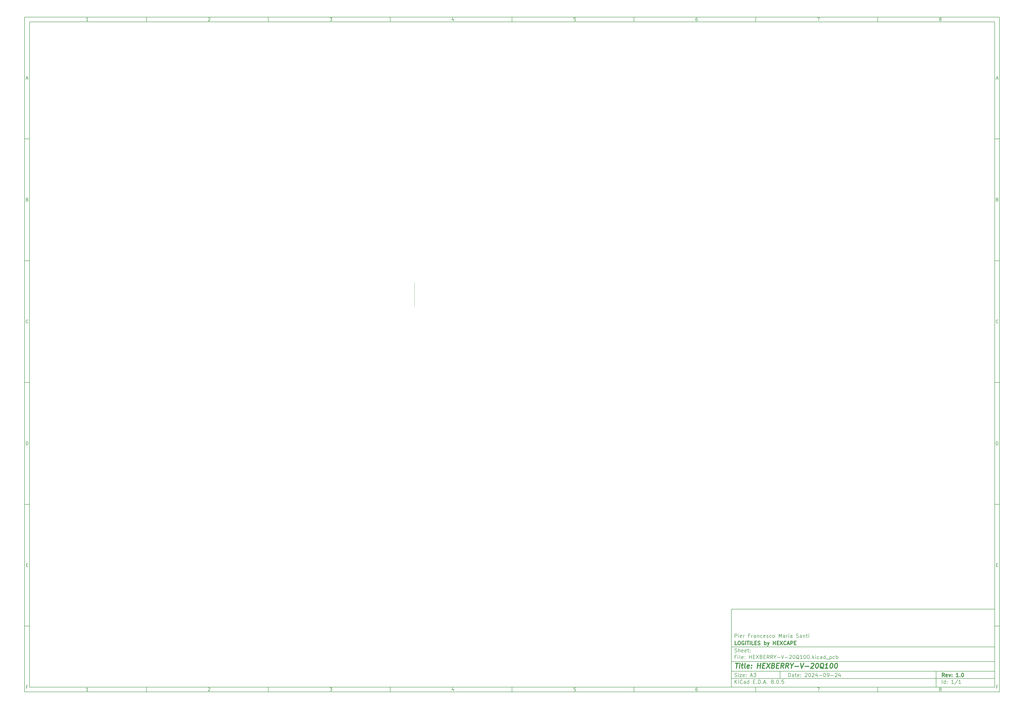
<source format=gbr>
%TF.GenerationSoftware,KiCad,Pcbnew,8.0.5-8.0.5-0~ubuntu24.04.1*%
%TF.CreationDate,2024-09-24T12:38:39+02:00*%
%TF.ProjectId,HEXBERRY-V-20Q100,48455842-4552-4525-992d-562d32305131,1.0*%
%TF.SameCoordinates,PX5f5e100PY5f5e100*%
%TF.FileFunction,OtherDrawing,Comment*%
%FSLAX46Y46*%
G04 Gerber Fmt 4.6, Leading zero omitted, Abs format (unit mm)*
G04 Created by KiCad (PCBNEW 8.0.5-8.0.5-0~ubuntu24.04.1) date 2024-09-24 12:38:39*
%MOMM*%
%LPD*%
G01*
G04 APERTURE LIST*
%ADD10C,0.100000*%
%ADD11C,0.150000*%
%ADD12C,0.300000*%
%ADD13C,0.400000*%
G04 APERTURE END LIST*
D10*
D11*
X199989000Y-153002200D02*
X307989000Y-153002200D01*
X307989000Y-185002200D01*
X199989000Y-185002200D01*
X199989000Y-153002200D01*
D10*
D11*
X-90000000Y90000000D02*
X309989000Y90000000D01*
X309989000Y-187002200D01*
X-90000000Y-187002200D01*
X-90000000Y90000000D01*
D10*
D11*
X-88000000Y88000000D02*
X307989000Y88000000D01*
X307989000Y-185002200D01*
X-88000000Y-185002200D01*
X-88000000Y88000000D01*
D10*
D11*
X-40000000Y88000000D02*
X-40000000Y90000000D01*
D10*
D11*
X10000000Y88000000D02*
X10000000Y90000000D01*
D10*
D11*
X60000000Y88000000D02*
X60000000Y90000000D01*
D10*
D11*
X110000000Y88000000D02*
X110000000Y90000000D01*
D10*
D11*
X160000000Y88000000D02*
X160000000Y90000000D01*
D10*
D11*
X210000000Y88000000D02*
X210000000Y90000000D01*
D10*
D11*
X260000000Y88000000D02*
X260000000Y90000000D01*
D10*
D11*
X-63910840Y88406396D02*
X-64653697Y88406396D01*
X-64282269Y88406396D02*
X-64282269Y89706396D01*
X-64282269Y89706396D02*
X-64406078Y89520681D01*
X-64406078Y89520681D02*
X-64529888Y89396872D01*
X-64529888Y89396872D02*
X-64653697Y89334967D01*
D10*
D11*
X-14653697Y89582586D02*
X-14591793Y89644491D01*
X-14591793Y89644491D02*
X-14467983Y89706396D01*
X-14467983Y89706396D02*
X-14158459Y89706396D01*
X-14158459Y89706396D02*
X-14034650Y89644491D01*
X-14034650Y89644491D02*
X-13972745Y89582586D01*
X-13972745Y89582586D02*
X-13910840Y89458777D01*
X-13910840Y89458777D02*
X-13910840Y89334967D01*
X-13910840Y89334967D02*
X-13972745Y89149253D01*
X-13972745Y89149253D02*
X-14715602Y88406396D01*
X-14715602Y88406396D02*
X-13910840Y88406396D01*
D10*
D11*
X35284398Y89706396D02*
X36089160Y89706396D01*
X36089160Y89706396D02*
X35655826Y89211158D01*
X35655826Y89211158D02*
X35841541Y89211158D01*
X35841541Y89211158D02*
X35965350Y89149253D01*
X35965350Y89149253D02*
X36027255Y89087348D01*
X36027255Y89087348D02*
X36089160Y88963539D01*
X36089160Y88963539D02*
X36089160Y88654015D01*
X36089160Y88654015D02*
X36027255Y88530205D01*
X36027255Y88530205D02*
X35965350Y88468300D01*
X35965350Y88468300D02*
X35841541Y88406396D01*
X35841541Y88406396D02*
X35470112Y88406396D01*
X35470112Y88406396D02*
X35346303Y88468300D01*
X35346303Y88468300D02*
X35284398Y88530205D01*
D10*
D11*
X85965350Y89273062D02*
X85965350Y88406396D01*
X85655826Y89768300D02*
X85346303Y88839729D01*
X85346303Y88839729D02*
X86151064Y88839729D01*
D10*
D11*
X136027255Y89706396D02*
X135408207Y89706396D01*
X135408207Y89706396D02*
X135346303Y89087348D01*
X135346303Y89087348D02*
X135408207Y89149253D01*
X135408207Y89149253D02*
X135532017Y89211158D01*
X135532017Y89211158D02*
X135841541Y89211158D01*
X135841541Y89211158D02*
X135965350Y89149253D01*
X135965350Y89149253D02*
X136027255Y89087348D01*
X136027255Y89087348D02*
X136089160Y88963539D01*
X136089160Y88963539D02*
X136089160Y88654015D01*
X136089160Y88654015D02*
X136027255Y88530205D01*
X136027255Y88530205D02*
X135965350Y88468300D01*
X135965350Y88468300D02*
X135841541Y88406396D01*
X135841541Y88406396D02*
X135532017Y88406396D01*
X135532017Y88406396D02*
X135408207Y88468300D01*
X135408207Y88468300D02*
X135346303Y88530205D01*
D10*
D11*
X185965350Y89706396D02*
X185717731Y89706396D01*
X185717731Y89706396D02*
X185593922Y89644491D01*
X185593922Y89644491D02*
X185532017Y89582586D01*
X185532017Y89582586D02*
X185408207Y89396872D01*
X185408207Y89396872D02*
X185346303Y89149253D01*
X185346303Y89149253D02*
X185346303Y88654015D01*
X185346303Y88654015D02*
X185408207Y88530205D01*
X185408207Y88530205D02*
X185470112Y88468300D01*
X185470112Y88468300D02*
X185593922Y88406396D01*
X185593922Y88406396D02*
X185841541Y88406396D01*
X185841541Y88406396D02*
X185965350Y88468300D01*
X185965350Y88468300D02*
X186027255Y88530205D01*
X186027255Y88530205D02*
X186089160Y88654015D01*
X186089160Y88654015D02*
X186089160Y88963539D01*
X186089160Y88963539D02*
X186027255Y89087348D01*
X186027255Y89087348D02*
X185965350Y89149253D01*
X185965350Y89149253D02*
X185841541Y89211158D01*
X185841541Y89211158D02*
X185593922Y89211158D01*
X185593922Y89211158D02*
X185470112Y89149253D01*
X185470112Y89149253D02*
X185408207Y89087348D01*
X185408207Y89087348D02*
X185346303Y88963539D01*
D10*
D11*
X235284398Y89706396D02*
X236151064Y89706396D01*
X236151064Y89706396D02*
X235593922Y88406396D01*
D10*
D11*
X285593922Y89149253D02*
X285470112Y89211158D01*
X285470112Y89211158D02*
X285408207Y89273062D01*
X285408207Y89273062D02*
X285346303Y89396872D01*
X285346303Y89396872D02*
X285346303Y89458777D01*
X285346303Y89458777D02*
X285408207Y89582586D01*
X285408207Y89582586D02*
X285470112Y89644491D01*
X285470112Y89644491D02*
X285593922Y89706396D01*
X285593922Y89706396D02*
X285841541Y89706396D01*
X285841541Y89706396D02*
X285965350Y89644491D01*
X285965350Y89644491D02*
X286027255Y89582586D01*
X286027255Y89582586D02*
X286089160Y89458777D01*
X286089160Y89458777D02*
X286089160Y89396872D01*
X286089160Y89396872D02*
X286027255Y89273062D01*
X286027255Y89273062D02*
X285965350Y89211158D01*
X285965350Y89211158D02*
X285841541Y89149253D01*
X285841541Y89149253D02*
X285593922Y89149253D01*
X285593922Y89149253D02*
X285470112Y89087348D01*
X285470112Y89087348D02*
X285408207Y89025443D01*
X285408207Y89025443D02*
X285346303Y88901634D01*
X285346303Y88901634D02*
X285346303Y88654015D01*
X285346303Y88654015D02*
X285408207Y88530205D01*
X285408207Y88530205D02*
X285470112Y88468300D01*
X285470112Y88468300D02*
X285593922Y88406396D01*
X285593922Y88406396D02*
X285841541Y88406396D01*
X285841541Y88406396D02*
X285965350Y88468300D01*
X285965350Y88468300D02*
X286027255Y88530205D01*
X286027255Y88530205D02*
X286089160Y88654015D01*
X286089160Y88654015D02*
X286089160Y88901634D01*
X286089160Y88901634D02*
X286027255Y89025443D01*
X286027255Y89025443D02*
X285965350Y89087348D01*
X285965350Y89087348D02*
X285841541Y89149253D01*
D10*
D11*
X-40000000Y-185002200D02*
X-40000000Y-187002200D01*
D10*
D11*
X10000000Y-185002200D02*
X10000000Y-187002200D01*
D10*
D11*
X60000000Y-185002200D02*
X60000000Y-187002200D01*
D10*
D11*
X110000000Y-185002200D02*
X110000000Y-187002200D01*
D10*
D11*
X160000000Y-185002200D02*
X160000000Y-187002200D01*
D10*
D11*
X210000000Y-185002200D02*
X210000000Y-187002200D01*
D10*
D11*
X260000000Y-185002200D02*
X260000000Y-187002200D01*
D10*
D11*
X-63910840Y-186595804D02*
X-64653697Y-186595804D01*
X-64282269Y-186595804D02*
X-64282269Y-185295804D01*
X-64282269Y-185295804D02*
X-64406078Y-185481519D01*
X-64406078Y-185481519D02*
X-64529888Y-185605328D01*
X-64529888Y-185605328D02*
X-64653697Y-185667233D01*
D10*
D11*
X-14653697Y-185419614D02*
X-14591793Y-185357709D01*
X-14591793Y-185357709D02*
X-14467983Y-185295804D01*
X-14467983Y-185295804D02*
X-14158459Y-185295804D01*
X-14158459Y-185295804D02*
X-14034650Y-185357709D01*
X-14034650Y-185357709D02*
X-13972745Y-185419614D01*
X-13972745Y-185419614D02*
X-13910840Y-185543423D01*
X-13910840Y-185543423D02*
X-13910840Y-185667233D01*
X-13910840Y-185667233D02*
X-13972745Y-185852947D01*
X-13972745Y-185852947D02*
X-14715602Y-186595804D01*
X-14715602Y-186595804D02*
X-13910840Y-186595804D01*
D10*
D11*
X35284398Y-185295804D02*
X36089160Y-185295804D01*
X36089160Y-185295804D02*
X35655826Y-185791042D01*
X35655826Y-185791042D02*
X35841541Y-185791042D01*
X35841541Y-185791042D02*
X35965350Y-185852947D01*
X35965350Y-185852947D02*
X36027255Y-185914852D01*
X36027255Y-185914852D02*
X36089160Y-186038661D01*
X36089160Y-186038661D02*
X36089160Y-186348185D01*
X36089160Y-186348185D02*
X36027255Y-186471995D01*
X36027255Y-186471995D02*
X35965350Y-186533900D01*
X35965350Y-186533900D02*
X35841541Y-186595804D01*
X35841541Y-186595804D02*
X35470112Y-186595804D01*
X35470112Y-186595804D02*
X35346303Y-186533900D01*
X35346303Y-186533900D02*
X35284398Y-186471995D01*
D10*
D11*
X85965350Y-185729138D02*
X85965350Y-186595804D01*
X85655826Y-185233900D02*
X85346303Y-186162471D01*
X85346303Y-186162471D02*
X86151064Y-186162471D01*
D10*
D11*
X136027255Y-185295804D02*
X135408207Y-185295804D01*
X135408207Y-185295804D02*
X135346303Y-185914852D01*
X135346303Y-185914852D02*
X135408207Y-185852947D01*
X135408207Y-185852947D02*
X135532017Y-185791042D01*
X135532017Y-185791042D02*
X135841541Y-185791042D01*
X135841541Y-185791042D02*
X135965350Y-185852947D01*
X135965350Y-185852947D02*
X136027255Y-185914852D01*
X136027255Y-185914852D02*
X136089160Y-186038661D01*
X136089160Y-186038661D02*
X136089160Y-186348185D01*
X136089160Y-186348185D02*
X136027255Y-186471995D01*
X136027255Y-186471995D02*
X135965350Y-186533900D01*
X135965350Y-186533900D02*
X135841541Y-186595804D01*
X135841541Y-186595804D02*
X135532017Y-186595804D01*
X135532017Y-186595804D02*
X135408207Y-186533900D01*
X135408207Y-186533900D02*
X135346303Y-186471995D01*
D10*
D11*
X185965350Y-185295804D02*
X185717731Y-185295804D01*
X185717731Y-185295804D02*
X185593922Y-185357709D01*
X185593922Y-185357709D02*
X185532017Y-185419614D01*
X185532017Y-185419614D02*
X185408207Y-185605328D01*
X185408207Y-185605328D02*
X185346303Y-185852947D01*
X185346303Y-185852947D02*
X185346303Y-186348185D01*
X185346303Y-186348185D02*
X185408207Y-186471995D01*
X185408207Y-186471995D02*
X185470112Y-186533900D01*
X185470112Y-186533900D02*
X185593922Y-186595804D01*
X185593922Y-186595804D02*
X185841541Y-186595804D01*
X185841541Y-186595804D02*
X185965350Y-186533900D01*
X185965350Y-186533900D02*
X186027255Y-186471995D01*
X186027255Y-186471995D02*
X186089160Y-186348185D01*
X186089160Y-186348185D02*
X186089160Y-186038661D01*
X186089160Y-186038661D02*
X186027255Y-185914852D01*
X186027255Y-185914852D02*
X185965350Y-185852947D01*
X185965350Y-185852947D02*
X185841541Y-185791042D01*
X185841541Y-185791042D02*
X185593922Y-185791042D01*
X185593922Y-185791042D02*
X185470112Y-185852947D01*
X185470112Y-185852947D02*
X185408207Y-185914852D01*
X185408207Y-185914852D02*
X185346303Y-186038661D01*
D10*
D11*
X235284398Y-185295804D02*
X236151064Y-185295804D01*
X236151064Y-185295804D02*
X235593922Y-186595804D01*
D10*
D11*
X285593922Y-185852947D02*
X285470112Y-185791042D01*
X285470112Y-185791042D02*
X285408207Y-185729138D01*
X285408207Y-185729138D02*
X285346303Y-185605328D01*
X285346303Y-185605328D02*
X285346303Y-185543423D01*
X285346303Y-185543423D02*
X285408207Y-185419614D01*
X285408207Y-185419614D02*
X285470112Y-185357709D01*
X285470112Y-185357709D02*
X285593922Y-185295804D01*
X285593922Y-185295804D02*
X285841541Y-185295804D01*
X285841541Y-185295804D02*
X285965350Y-185357709D01*
X285965350Y-185357709D02*
X286027255Y-185419614D01*
X286027255Y-185419614D02*
X286089160Y-185543423D01*
X286089160Y-185543423D02*
X286089160Y-185605328D01*
X286089160Y-185605328D02*
X286027255Y-185729138D01*
X286027255Y-185729138D02*
X285965350Y-185791042D01*
X285965350Y-185791042D02*
X285841541Y-185852947D01*
X285841541Y-185852947D02*
X285593922Y-185852947D01*
X285593922Y-185852947D02*
X285470112Y-185914852D01*
X285470112Y-185914852D02*
X285408207Y-185976757D01*
X285408207Y-185976757D02*
X285346303Y-186100566D01*
X285346303Y-186100566D02*
X285346303Y-186348185D01*
X285346303Y-186348185D02*
X285408207Y-186471995D01*
X285408207Y-186471995D02*
X285470112Y-186533900D01*
X285470112Y-186533900D02*
X285593922Y-186595804D01*
X285593922Y-186595804D02*
X285841541Y-186595804D01*
X285841541Y-186595804D02*
X285965350Y-186533900D01*
X285965350Y-186533900D02*
X286027255Y-186471995D01*
X286027255Y-186471995D02*
X286089160Y-186348185D01*
X286089160Y-186348185D02*
X286089160Y-186100566D01*
X286089160Y-186100566D02*
X286027255Y-185976757D01*
X286027255Y-185976757D02*
X285965350Y-185914852D01*
X285965350Y-185914852D02*
X285841541Y-185852947D01*
D10*
D11*
X-90000000Y40000000D02*
X-88000000Y40000000D01*
D10*
D11*
X-90000000Y-10000000D02*
X-88000000Y-10000000D01*
D10*
D11*
X-90000000Y-60000000D02*
X-88000000Y-60000000D01*
D10*
D11*
X-90000000Y-110000000D02*
X-88000000Y-110000000D01*
D10*
D11*
X-90000000Y-160000000D02*
X-88000000Y-160000000D01*
D10*
D11*
X-89309524Y64777824D02*
X-88690477Y64777824D01*
X-89433334Y64406396D02*
X-89000001Y65706396D01*
X-89000001Y65706396D02*
X-88566667Y64406396D01*
D10*
D11*
X-88907143Y15087348D02*
X-88721429Y15025443D01*
X-88721429Y15025443D02*
X-88659524Y14963539D01*
X-88659524Y14963539D02*
X-88597620Y14839729D01*
X-88597620Y14839729D02*
X-88597620Y14654015D01*
X-88597620Y14654015D02*
X-88659524Y14530205D01*
X-88659524Y14530205D02*
X-88721429Y14468300D01*
X-88721429Y14468300D02*
X-88845239Y14406396D01*
X-88845239Y14406396D02*
X-89340477Y14406396D01*
X-89340477Y14406396D02*
X-89340477Y15706396D01*
X-89340477Y15706396D02*
X-88907143Y15706396D01*
X-88907143Y15706396D02*
X-88783334Y15644491D01*
X-88783334Y15644491D02*
X-88721429Y15582586D01*
X-88721429Y15582586D02*
X-88659524Y15458777D01*
X-88659524Y15458777D02*
X-88659524Y15334967D01*
X-88659524Y15334967D02*
X-88721429Y15211158D01*
X-88721429Y15211158D02*
X-88783334Y15149253D01*
X-88783334Y15149253D02*
X-88907143Y15087348D01*
X-88907143Y15087348D02*
X-89340477Y15087348D01*
D10*
D11*
X-88597620Y-35469795D02*
X-88659524Y-35531700D01*
X-88659524Y-35531700D02*
X-88845239Y-35593604D01*
X-88845239Y-35593604D02*
X-88969048Y-35593604D01*
X-88969048Y-35593604D02*
X-89154762Y-35531700D01*
X-89154762Y-35531700D02*
X-89278572Y-35407890D01*
X-89278572Y-35407890D02*
X-89340477Y-35284080D01*
X-89340477Y-35284080D02*
X-89402381Y-35036461D01*
X-89402381Y-35036461D02*
X-89402381Y-34850747D01*
X-89402381Y-34850747D02*
X-89340477Y-34603128D01*
X-89340477Y-34603128D02*
X-89278572Y-34479319D01*
X-89278572Y-34479319D02*
X-89154762Y-34355509D01*
X-89154762Y-34355509D02*
X-88969048Y-34293604D01*
X-88969048Y-34293604D02*
X-88845239Y-34293604D01*
X-88845239Y-34293604D02*
X-88659524Y-34355509D01*
X-88659524Y-34355509D02*
X-88597620Y-34417414D01*
D10*
D11*
X-89340477Y-85593604D02*
X-89340477Y-84293604D01*
X-89340477Y-84293604D02*
X-89030953Y-84293604D01*
X-89030953Y-84293604D02*
X-88845239Y-84355509D01*
X-88845239Y-84355509D02*
X-88721429Y-84479319D01*
X-88721429Y-84479319D02*
X-88659524Y-84603128D01*
X-88659524Y-84603128D02*
X-88597620Y-84850747D01*
X-88597620Y-84850747D02*
X-88597620Y-85036461D01*
X-88597620Y-85036461D02*
X-88659524Y-85284080D01*
X-88659524Y-85284080D02*
X-88721429Y-85407890D01*
X-88721429Y-85407890D02*
X-88845239Y-85531700D01*
X-88845239Y-85531700D02*
X-89030953Y-85593604D01*
X-89030953Y-85593604D02*
X-89340477Y-85593604D01*
D10*
D11*
X-89278572Y-134912652D02*
X-88845238Y-134912652D01*
X-88659524Y-135593604D02*
X-89278572Y-135593604D01*
X-89278572Y-135593604D02*
X-89278572Y-134293604D01*
X-89278572Y-134293604D02*
X-88659524Y-134293604D01*
D10*
D11*
X-88814286Y-184912652D02*
X-89247620Y-184912652D01*
X-89247620Y-185593604D02*
X-89247620Y-184293604D01*
X-89247620Y-184293604D02*
X-88628572Y-184293604D01*
D10*
D11*
X309989000Y40000000D02*
X307989000Y40000000D01*
D10*
D11*
X309989000Y-10000000D02*
X307989000Y-10000000D01*
D10*
D11*
X309989000Y-60000000D02*
X307989000Y-60000000D01*
D10*
D11*
X309989000Y-110000000D02*
X307989000Y-110000000D01*
D10*
D11*
X309989000Y-160000000D02*
X307989000Y-160000000D01*
D10*
D11*
X308679476Y64777824D02*
X309298523Y64777824D01*
X308555666Y64406396D02*
X308988999Y65706396D01*
X308988999Y65706396D02*
X309422333Y64406396D01*
D10*
D11*
X309081857Y15087348D02*
X309267571Y15025443D01*
X309267571Y15025443D02*
X309329476Y14963539D01*
X309329476Y14963539D02*
X309391380Y14839729D01*
X309391380Y14839729D02*
X309391380Y14654015D01*
X309391380Y14654015D02*
X309329476Y14530205D01*
X309329476Y14530205D02*
X309267571Y14468300D01*
X309267571Y14468300D02*
X309143761Y14406396D01*
X309143761Y14406396D02*
X308648523Y14406396D01*
X308648523Y14406396D02*
X308648523Y15706396D01*
X308648523Y15706396D02*
X309081857Y15706396D01*
X309081857Y15706396D02*
X309205666Y15644491D01*
X309205666Y15644491D02*
X309267571Y15582586D01*
X309267571Y15582586D02*
X309329476Y15458777D01*
X309329476Y15458777D02*
X309329476Y15334967D01*
X309329476Y15334967D02*
X309267571Y15211158D01*
X309267571Y15211158D02*
X309205666Y15149253D01*
X309205666Y15149253D02*
X309081857Y15087348D01*
X309081857Y15087348D02*
X308648523Y15087348D01*
D10*
D11*
X309391380Y-35469795D02*
X309329476Y-35531700D01*
X309329476Y-35531700D02*
X309143761Y-35593604D01*
X309143761Y-35593604D02*
X309019952Y-35593604D01*
X309019952Y-35593604D02*
X308834238Y-35531700D01*
X308834238Y-35531700D02*
X308710428Y-35407890D01*
X308710428Y-35407890D02*
X308648523Y-35284080D01*
X308648523Y-35284080D02*
X308586619Y-35036461D01*
X308586619Y-35036461D02*
X308586619Y-34850747D01*
X308586619Y-34850747D02*
X308648523Y-34603128D01*
X308648523Y-34603128D02*
X308710428Y-34479319D01*
X308710428Y-34479319D02*
X308834238Y-34355509D01*
X308834238Y-34355509D02*
X309019952Y-34293604D01*
X309019952Y-34293604D02*
X309143761Y-34293604D01*
X309143761Y-34293604D02*
X309329476Y-34355509D01*
X309329476Y-34355509D02*
X309391380Y-34417414D01*
D10*
D11*
X308648523Y-85593604D02*
X308648523Y-84293604D01*
X308648523Y-84293604D02*
X308958047Y-84293604D01*
X308958047Y-84293604D02*
X309143761Y-84355509D01*
X309143761Y-84355509D02*
X309267571Y-84479319D01*
X309267571Y-84479319D02*
X309329476Y-84603128D01*
X309329476Y-84603128D02*
X309391380Y-84850747D01*
X309391380Y-84850747D02*
X309391380Y-85036461D01*
X309391380Y-85036461D02*
X309329476Y-85284080D01*
X309329476Y-85284080D02*
X309267571Y-85407890D01*
X309267571Y-85407890D02*
X309143761Y-85531700D01*
X309143761Y-85531700D02*
X308958047Y-85593604D01*
X308958047Y-85593604D02*
X308648523Y-85593604D01*
D10*
D11*
X308710428Y-134912652D02*
X309143762Y-134912652D01*
X309329476Y-135593604D02*
X308710428Y-135593604D01*
X308710428Y-135593604D02*
X308710428Y-134293604D01*
X308710428Y-134293604D02*
X309329476Y-134293604D01*
D10*
D11*
X309174714Y-184912652D02*
X308741380Y-184912652D01*
X308741380Y-185593604D02*
X308741380Y-184293604D01*
X308741380Y-184293604D02*
X309360428Y-184293604D01*
D10*
D11*
X223444826Y-180788328D02*
X223444826Y-179288328D01*
X223444826Y-179288328D02*
X223801969Y-179288328D01*
X223801969Y-179288328D02*
X224016255Y-179359757D01*
X224016255Y-179359757D02*
X224159112Y-179502614D01*
X224159112Y-179502614D02*
X224230541Y-179645471D01*
X224230541Y-179645471D02*
X224301969Y-179931185D01*
X224301969Y-179931185D02*
X224301969Y-180145471D01*
X224301969Y-180145471D02*
X224230541Y-180431185D01*
X224230541Y-180431185D02*
X224159112Y-180574042D01*
X224159112Y-180574042D02*
X224016255Y-180716900D01*
X224016255Y-180716900D02*
X223801969Y-180788328D01*
X223801969Y-180788328D02*
X223444826Y-180788328D01*
X225587684Y-180788328D02*
X225587684Y-180002614D01*
X225587684Y-180002614D02*
X225516255Y-179859757D01*
X225516255Y-179859757D02*
X225373398Y-179788328D01*
X225373398Y-179788328D02*
X225087684Y-179788328D01*
X225087684Y-179788328D02*
X224944826Y-179859757D01*
X225587684Y-180716900D02*
X225444826Y-180788328D01*
X225444826Y-180788328D02*
X225087684Y-180788328D01*
X225087684Y-180788328D02*
X224944826Y-180716900D01*
X224944826Y-180716900D02*
X224873398Y-180574042D01*
X224873398Y-180574042D02*
X224873398Y-180431185D01*
X224873398Y-180431185D02*
X224944826Y-180288328D01*
X224944826Y-180288328D02*
X225087684Y-180216900D01*
X225087684Y-180216900D02*
X225444826Y-180216900D01*
X225444826Y-180216900D02*
X225587684Y-180145471D01*
X226087684Y-179788328D02*
X226659112Y-179788328D01*
X226301969Y-179288328D02*
X226301969Y-180574042D01*
X226301969Y-180574042D02*
X226373398Y-180716900D01*
X226373398Y-180716900D02*
X226516255Y-180788328D01*
X226516255Y-180788328D02*
X226659112Y-180788328D01*
X227730541Y-180716900D02*
X227587684Y-180788328D01*
X227587684Y-180788328D02*
X227301970Y-180788328D01*
X227301970Y-180788328D02*
X227159112Y-180716900D01*
X227159112Y-180716900D02*
X227087684Y-180574042D01*
X227087684Y-180574042D02*
X227087684Y-180002614D01*
X227087684Y-180002614D02*
X227159112Y-179859757D01*
X227159112Y-179859757D02*
X227301970Y-179788328D01*
X227301970Y-179788328D02*
X227587684Y-179788328D01*
X227587684Y-179788328D02*
X227730541Y-179859757D01*
X227730541Y-179859757D02*
X227801970Y-180002614D01*
X227801970Y-180002614D02*
X227801970Y-180145471D01*
X227801970Y-180145471D02*
X227087684Y-180288328D01*
X228444826Y-180645471D02*
X228516255Y-180716900D01*
X228516255Y-180716900D02*
X228444826Y-180788328D01*
X228444826Y-180788328D02*
X228373398Y-180716900D01*
X228373398Y-180716900D02*
X228444826Y-180645471D01*
X228444826Y-180645471D02*
X228444826Y-180788328D01*
X228444826Y-179859757D02*
X228516255Y-179931185D01*
X228516255Y-179931185D02*
X228444826Y-180002614D01*
X228444826Y-180002614D02*
X228373398Y-179931185D01*
X228373398Y-179931185D02*
X228444826Y-179859757D01*
X228444826Y-179859757D02*
X228444826Y-180002614D01*
X230230541Y-179431185D02*
X230301969Y-179359757D01*
X230301969Y-179359757D02*
X230444827Y-179288328D01*
X230444827Y-179288328D02*
X230801969Y-179288328D01*
X230801969Y-179288328D02*
X230944827Y-179359757D01*
X230944827Y-179359757D02*
X231016255Y-179431185D01*
X231016255Y-179431185D02*
X231087684Y-179574042D01*
X231087684Y-179574042D02*
X231087684Y-179716900D01*
X231087684Y-179716900D02*
X231016255Y-179931185D01*
X231016255Y-179931185D02*
X230159112Y-180788328D01*
X230159112Y-180788328D02*
X231087684Y-180788328D01*
X232016255Y-179288328D02*
X232159112Y-179288328D01*
X232159112Y-179288328D02*
X232301969Y-179359757D01*
X232301969Y-179359757D02*
X232373398Y-179431185D01*
X232373398Y-179431185D02*
X232444826Y-179574042D01*
X232444826Y-179574042D02*
X232516255Y-179859757D01*
X232516255Y-179859757D02*
X232516255Y-180216900D01*
X232516255Y-180216900D02*
X232444826Y-180502614D01*
X232444826Y-180502614D02*
X232373398Y-180645471D01*
X232373398Y-180645471D02*
X232301969Y-180716900D01*
X232301969Y-180716900D02*
X232159112Y-180788328D01*
X232159112Y-180788328D02*
X232016255Y-180788328D01*
X232016255Y-180788328D02*
X231873398Y-180716900D01*
X231873398Y-180716900D02*
X231801969Y-180645471D01*
X231801969Y-180645471D02*
X231730540Y-180502614D01*
X231730540Y-180502614D02*
X231659112Y-180216900D01*
X231659112Y-180216900D02*
X231659112Y-179859757D01*
X231659112Y-179859757D02*
X231730540Y-179574042D01*
X231730540Y-179574042D02*
X231801969Y-179431185D01*
X231801969Y-179431185D02*
X231873398Y-179359757D01*
X231873398Y-179359757D02*
X232016255Y-179288328D01*
X233087683Y-179431185D02*
X233159111Y-179359757D01*
X233159111Y-179359757D02*
X233301969Y-179288328D01*
X233301969Y-179288328D02*
X233659111Y-179288328D01*
X233659111Y-179288328D02*
X233801969Y-179359757D01*
X233801969Y-179359757D02*
X233873397Y-179431185D01*
X233873397Y-179431185D02*
X233944826Y-179574042D01*
X233944826Y-179574042D02*
X233944826Y-179716900D01*
X233944826Y-179716900D02*
X233873397Y-179931185D01*
X233873397Y-179931185D02*
X233016254Y-180788328D01*
X233016254Y-180788328D02*
X233944826Y-180788328D01*
X235230540Y-179788328D02*
X235230540Y-180788328D01*
X234873397Y-179216900D02*
X234516254Y-180288328D01*
X234516254Y-180288328D02*
X235444825Y-180288328D01*
X236016253Y-180216900D02*
X237159111Y-180216900D01*
X238159111Y-179288328D02*
X238301968Y-179288328D01*
X238301968Y-179288328D02*
X238444825Y-179359757D01*
X238444825Y-179359757D02*
X238516254Y-179431185D01*
X238516254Y-179431185D02*
X238587682Y-179574042D01*
X238587682Y-179574042D02*
X238659111Y-179859757D01*
X238659111Y-179859757D02*
X238659111Y-180216900D01*
X238659111Y-180216900D02*
X238587682Y-180502614D01*
X238587682Y-180502614D02*
X238516254Y-180645471D01*
X238516254Y-180645471D02*
X238444825Y-180716900D01*
X238444825Y-180716900D02*
X238301968Y-180788328D01*
X238301968Y-180788328D02*
X238159111Y-180788328D01*
X238159111Y-180788328D02*
X238016254Y-180716900D01*
X238016254Y-180716900D02*
X237944825Y-180645471D01*
X237944825Y-180645471D02*
X237873396Y-180502614D01*
X237873396Y-180502614D02*
X237801968Y-180216900D01*
X237801968Y-180216900D02*
X237801968Y-179859757D01*
X237801968Y-179859757D02*
X237873396Y-179574042D01*
X237873396Y-179574042D02*
X237944825Y-179431185D01*
X237944825Y-179431185D02*
X238016254Y-179359757D01*
X238016254Y-179359757D02*
X238159111Y-179288328D01*
X239373396Y-180788328D02*
X239659110Y-180788328D01*
X239659110Y-180788328D02*
X239801967Y-180716900D01*
X239801967Y-180716900D02*
X239873396Y-180645471D01*
X239873396Y-180645471D02*
X240016253Y-180431185D01*
X240016253Y-180431185D02*
X240087682Y-180145471D01*
X240087682Y-180145471D02*
X240087682Y-179574042D01*
X240087682Y-179574042D02*
X240016253Y-179431185D01*
X240016253Y-179431185D02*
X239944825Y-179359757D01*
X239944825Y-179359757D02*
X239801967Y-179288328D01*
X239801967Y-179288328D02*
X239516253Y-179288328D01*
X239516253Y-179288328D02*
X239373396Y-179359757D01*
X239373396Y-179359757D02*
X239301967Y-179431185D01*
X239301967Y-179431185D02*
X239230539Y-179574042D01*
X239230539Y-179574042D02*
X239230539Y-179931185D01*
X239230539Y-179931185D02*
X239301967Y-180074042D01*
X239301967Y-180074042D02*
X239373396Y-180145471D01*
X239373396Y-180145471D02*
X239516253Y-180216900D01*
X239516253Y-180216900D02*
X239801967Y-180216900D01*
X239801967Y-180216900D02*
X239944825Y-180145471D01*
X239944825Y-180145471D02*
X240016253Y-180074042D01*
X240016253Y-180074042D02*
X240087682Y-179931185D01*
X240730538Y-180216900D02*
X241873396Y-180216900D01*
X242516253Y-179431185D02*
X242587681Y-179359757D01*
X242587681Y-179359757D02*
X242730539Y-179288328D01*
X242730539Y-179288328D02*
X243087681Y-179288328D01*
X243087681Y-179288328D02*
X243230539Y-179359757D01*
X243230539Y-179359757D02*
X243301967Y-179431185D01*
X243301967Y-179431185D02*
X243373396Y-179574042D01*
X243373396Y-179574042D02*
X243373396Y-179716900D01*
X243373396Y-179716900D02*
X243301967Y-179931185D01*
X243301967Y-179931185D02*
X242444824Y-180788328D01*
X242444824Y-180788328D02*
X243373396Y-180788328D01*
X244659110Y-179788328D02*
X244659110Y-180788328D01*
X244301967Y-179216900D02*
X243944824Y-180288328D01*
X243944824Y-180288328D02*
X244873395Y-180288328D01*
D10*
D11*
X199989000Y-181502200D02*
X307989000Y-181502200D01*
D10*
D11*
X201444826Y-183588328D02*
X201444826Y-182088328D01*
X202301969Y-183588328D02*
X201659112Y-182731185D01*
X202301969Y-182088328D02*
X201444826Y-182945471D01*
X202944826Y-183588328D02*
X202944826Y-182588328D01*
X202944826Y-182088328D02*
X202873398Y-182159757D01*
X202873398Y-182159757D02*
X202944826Y-182231185D01*
X202944826Y-182231185D02*
X203016255Y-182159757D01*
X203016255Y-182159757D02*
X202944826Y-182088328D01*
X202944826Y-182088328D02*
X202944826Y-182231185D01*
X204516255Y-183445471D02*
X204444827Y-183516900D01*
X204444827Y-183516900D02*
X204230541Y-183588328D01*
X204230541Y-183588328D02*
X204087684Y-183588328D01*
X204087684Y-183588328D02*
X203873398Y-183516900D01*
X203873398Y-183516900D02*
X203730541Y-183374042D01*
X203730541Y-183374042D02*
X203659112Y-183231185D01*
X203659112Y-183231185D02*
X203587684Y-182945471D01*
X203587684Y-182945471D02*
X203587684Y-182731185D01*
X203587684Y-182731185D02*
X203659112Y-182445471D01*
X203659112Y-182445471D02*
X203730541Y-182302614D01*
X203730541Y-182302614D02*
X203873398Y-182159757D01*
X203873398Y-182159757D02*
X204087684Y-182088328D01*
X204087684Y-182088328D02*
X204230541Y-182088328D01*
X204230541Y-182088328D02*
X204444827Y-182159757D01*
X204444827Y-182159757D02*
X204516255Y-182231185D01*
X205801970Y-183588328D02*
X205801970Y-182802614D01*
X205801970Y-182802614D02*
X205730541Y-182659757D01*
X205730541Y-182659757D02*
X205587684Y-182588328D01*
X205587684Y-182588328D02*
X205301970Y-182588328D01*
X205301970Y-182588328D02*
X205159112Y-182659757D01*
X205801970Y-183516900D02*
X205659112Y-183588328D01*
X205659112Y-183588328D02*
X205301970Y-183588328D01*
X205301970Y-183588328D02*
X205159112Y-183516900D01*
X205159112Y-183516900D02*
X205087684Y-183374042D01*
X205087684Y-183374042D02*
X205087684Y-183231185D01*
X205087684Y-183231185D02*
X205159112Y-183088328D01*
X205159112Y-183088328D02*
X205301970Y-183016900D01*
X205301970Y-183016900D02*
X205659112Y-183016900D01*
X205659112Y-183016900D02*
X205801970Y-182945471D01*
X207159113Y-183588328D02*
X207159113Y-182088328D01*
X207159113Y-183516900D02*
X207016255Y-183588328D01*
X207016255Y-183588328D02*
X206730541Y-183588328D01*
X206730541Y-183588328D02*
X206587684Y-183516900D01*
X206587684Y-183516900D02*
X206516255Y-183445471D01*
X206516255Y-183445471D02*
X206444827Y-183302614D01*
X206444827Y-183302614D02*
X206444827Y-182874042D01*
X206444827Y-182874042D02*
X206516255Y-182731185D01*
X206516255Y-182731185D02*
X206587684Y-182659757D01*
X206587684Y-182659757D02*
X206730541Y-182588328D01*
X206730541Y-182588328D02*
X207016255Y-182588328D01*
X207016255Y-182588328D02*
X207159113Y-182659757D01*
X209016255Y-182802614D02*
X209516255Y-182802614D01*
X209730541Y-183588328D02*
X209016255Y-183588328D01*
X209016255Y-183588328D02*
X209016255Y-182088328D01*
X209016255Y-182088328D02*
X209730541Y-182088328D01*
X210373398Y-183445471D02*
X210444827Y-183516900D01*
X210444827Y-183516900D02*
X210373398Y-183588328D01*
X210373398Y-183588328D02*
X210301970Y-183516900D01*
X210301970Y-183516900D02*
X210373398Y-183445471D01*
X210373398Y-183445471D02*
X210373398Y-183588328D01*
X211087684Y-183588328D02*
X211087684Y-182088328D01*
X211087684Y-182088328D02*
X211444827Y-182088328D01*
X211444827Y-182088328D02*
X211659113Y-182159757D01*
X211659113Y-182159757D02*
X211801970Y-182302614D01*
X211801970Y-182302614D02*
X211873399Y-182445471D01*
X211873399Y-182445471D02*
X211944827Y-182731185D01*
X211944827Y-182731185D02*
X211944827Y-182945471D01*
X211944827Y-182945471D02*
X211873399Y-183231185D01*
X211873399Y-183231185D02*
X211801970Y-183374042D01*
X211801970Y-183374042D02*
X211659113Y-183516900D01*
X211659113Y-183516900D02*
X211444827Y-183588328D01*
X211444827Y-183588328D02*
X211087684Y-183588328D01*
X212587684Y-183445471D02*
X212659113Y-183516900D01*
X212659113Y-183516900D02*
X212587684Y-183588328D01*
X212587684Y-183588328D02*
X212516256Y-183516900D01*
X212516256Y-183516900D02*
X212587684Y-183445471D01*
X212587684Y-183445471D02*
X212587684Y-183588328D01*
X213230542Y-183159757D02*
X213944828Y-183159757D01*
X213087685Y-183588328D02*
X213587685Y-182088328D01*
X213587685Y-182088328D02*
X214087685Y-183588328D01*
X214587684Y-183445471D02*
X214659113Y-183516900D01*
X214659113Y-183516900D02*
X214587684Y-183588328D01*
X214587684Y-183588328D02*
X214516256Y-183516900D01*
X214516256Y-183516900D02*
X214587684Y-183445471D01*
X214587684Y-183445471D02*
X214587684Y-183588328D01*
X216659113Y-182731185D02*
X216516256Y-182659757D01*
X216516256Y-182659757D02*
X216444827Y-182588328D01*
X216444827Y-182588328D02*
X216373399Y-182445471D01*
X216373399Y-182445471D02*
X216373399Y-182374042D01*
X216373399Y-182374042D02*
X216444827Y-182231185D01*
X216444827Y-182231185D02*
X216516256Y-182159757D01*
X216516256Y-182159757D02*
X216659113Y-182088328D01*
X216659113Y-182088328D02*
X216944827Y-182088328D01*
X216944827Y-182088328D02*
X217087685Y-182159757D01*
X217087685Y-182159757D02*
X217159113Y-182231185D01*
X217159113Y-182231185D02*
X217230542Y-182374042D01*
X217230542Y-182374042D02*
X217230542Y-182445471D01*
X217230542Y-182445471D02*
X217159113Y-182588328D01*
X217159113Y-182588328D02*
X217087685Y-182659757D01*
X217087685Y-182659757D02*
X216944827Y-182731185D01*
X216944827Y-182731185D02*
X216659113Y-182731185D01*
X216659113Y-182731185D02*
X216516256Y-182802614D01*
X216516256Y-182802614D02*
X216444827Y-182874042D01*
X216444827Y-182874042D02*
X216373399Y-183016900D01*
X216373399Y-183016900D02*
X216373399Y-183302614D01*
X216373399Y-183302614D02*
X216444827Y-183445471D01*
X216444827Y-183445471D02*
X216516256Y-183516900D01*
X216516256Y-183516900D02*
X216659113Y-183588328D01*
X216659113Y-183588328D02*
X216944827Y-183588328D01*
X216944827Y-183588328D02*
X217087685Y-183516900D01*
X217087685Y-183516900D02*
X217159113Y-183445471D01*
X217159113Y-183445471D02*
X217230542Y-183302614D01*
X217230542Y-183302614D02*
X217230542Y-183016900D01*
X217230542Y-183016900D02*
X217159113Y-182874042D01*
X217159113Y-182874042D02*
X217087685Y-182802614D01*
X217087685Y-182802614D02*
X216944827Y-182731185D01*
X217873398Y-183445471D02*
X217944827Y-183516900D01*
X217944827Y-183516900D02*
X217873398Y-183588328D01*
X217873398Y-183588328D02*
X217801970Y-183516900D01*
X217801970Y-183516900D02*
X217873398Y-183445471D01*
X217873398Y-183445471D02*
X217873398Y-183588328D01*
X218873399Y-182088328D02*
X219016256Y-182088328D01*
X219016256Y-182088328D02*
X219159113Y-182159757D01*
X219159113Y-182159757D02*
X219230542Y-182231185D01*
X219230542Y-182231185D02*
X219301970Y-182374042D01*
X219301970Y-182374042D02*
X219373399Y-182659757D01*
X219373399Y-182659757D02*
X219373399Y-183016900D01*
X219373399Y-183016900D02*
X219301970Y-183302614D01*
X219301970Y-183302614D02*
X219230542Y-183445471D01*
X219230542Y-183445471D02*
X219159113Y-183516900D01*
X219159113Y-183516900D02*
X219016256Y-183588328D01*
X219016256Y-183588328D02*
X218873399Y-183588328D01*
X218873399Y-183588328D02*
X218730542Y-183516900D01*
X218730542Y-183516900D02*
X218659113Y-183445471D01*
X218659113Y-183445471D02*
X218587684Y-183302614D01*
X218587684Y-183302614D02*
X218516256Y-183016900D01*
X218516256Y-183016900D02*
X218516256Y-182659757D01*
X218516256Y-182659757D02*
X218587684Y-182374042D01*
X218587684Y-182374042D02*
X218659113Y-182231185D01*
X218659113Y-182231185D02*
X218730542Y-182159757D01*
X218730542Y-182159757D02*
X218873399Y-182088328D01*
X220016255Y-183445471D02*
X220087684Y-183516900D01*
X220087684Y-183516900D02*
X220016255Y-183588328D01*
X220016255Y-183588328D02*
X219944827Y-183516900D01*
X219944827Y-183516900D02*
X220016255Y-183445471D01*
X220016255Y-183445471D02*
X220016255Y-183588328D01*
X221444827Y-182088328D02*
X220730541Y-182088328D01*
X220730541Y-182088328D02*
X220659113Y-182802614D01*
X220659113Y-182802614D02*
X220730541Y-182731185D01*
X220730541Y-182731185D02*
X220873399Y-182659757D01*
X220873399Y-182659757D02*
X221230541Y-182659757D01*
X221230541Y-182659757D02*
X221373399Y-182731185D01*
X221373399Y-182731185D02*
X221444827Y-182802614D01*
X221444827Y-182802614D02*
X221516256Y-182945471D01*
X221516256Y-182945471D02*
X221516256Y-183302614D01*
X221516256Y-183302614D02*
X221444827Y-183445471D01*
X221444827Y-183445471D02*
X221373399Y-183516900D01*
X221373399Y-183516900D02*
X221230541Y-183588328D01*
X221230541Y-183588328D02*
X220873399Y-183588328D01*
X220873399Y-183588328D02*
X220730541Y-183516900D01*
X220730541Y-183516900D02*
X220659113Y-183445471D01*
D10*
D11*
X199989000Y-178502200D02*
X307989000Y-178502200D01*
D10*
D12*
X287400653Y-180780528D02*
X286900653Y-180066242D01*
X286543510Y-180780528D02*
X286543510Y-179280528D01*
X286543510Y-179280528D02*
X287114939Y-179280528D01*
X287114939Y-179280528D02*
X287257796Y-179351957D01*
X287257796Y-179351957D02*
X287329225Y-179423385D01*
X287329225Y-179423385D02*
X287400653Y-179566242D01*
X287400653Y-179566242D02*
X287400653Y-179780528D01*
X287400653Y-179780528D02*
X287329225Y-179923385D01*
X287329225Y-179923385D02*
X287257796Y-179994814D01*
X287257796Y-179994814D02*
X287114939Y-180066242D01*
X287114939Y-180066242D02*
X286543510Y-180066242D01*
X288614939Y-180709100D02*
X288472082Y-180780528D01*
X288472082Y-180780528D02*
X288186368Y-180780528D01*
X288186368Y-180780528D02*
X288043510Y-180709100D01*
X288043510Y-180709100D02*
X287972082Y-180566242D01*
X287972082Y-180566242D02*
X287972082Y-179994814D01*
X287972082Y-179994814D02*
X288043510Y-179851957D01*
X288043510Y-179851957D02*
X288186368Y-179780528D01*
X288186368Y-179780528D02*
X288472082Y-179780528D01*
X288472082Y-179780528D02*
X288614939Y-179851957D01*
X288614939Y-179851957D02*
X288686368Y-179994814D01*
X288686368Y-179994814D02*
X288686368Y-180137671D01*
X288686368Y-180137671D02*
X287972082Y-180280528D01*
X289186367Y-179780528D02*
X289543510Y-180780528D01*
X289543510Y-180780528D02*
X289900653Y-179780528D01*
X290472081Y-180637671D02*
X290543510Y-180709100D01*
X290543510Y-180709100D02*
X290472081Y-180780528D01*
X290472081Y-180780528D02*
X290400653Y-180709100D01*
X290400653Y-180709100D02*
X290472081Y-180637671D01*
X290472081Y-180637671D02*
X290472081Y-180780528D01*
X290472081Y-179851957D02*
X290543510Y-179923385D01*
X290543510Y-179923385D02*
X290472081Y-179994814D01*
X290472081Y-179994814D02*
X290400653Y-179923385D01*
X290400653Y-179923385D02*
X290472081Y-179851957D01*
X290472081Y-179851957D02*
X290472081Y-179994814D01*
X293114939Y-180780528D02*
X292257796Y-180780528D01*
X292686367Y-180780528D02*
X292686367Y-179280528D01*
X292686367Y-179280528D02*
X292543510Y-179494814D01*
X292543510Y-179494814D02*
X292400653Y-179637671D01*
X292400653Y-179637671D02*
X292257796Y-179709100D01*
X293757795Y-180637671D02*
X293829224Y-180709100D01*
X293829224Y-180709100D02*
X293757795Y-180780528D01*
X293757795Y-180780528D02*
X293686367Y-180709100D01*
X293686367Y-180709100D02*
X293757795Y-180637671D01*
X293757795Y-180637671D02*
X293757795Y-180780528D01*
X294757796Y-179280528D02*
X294900653Y-179280528D01*
X294900653Y-179280528D02*
X295043510Y-179351957D01*
X295043510Y-179351957D02*
X295114939Y-179423385D01*
X295114939Y-179423385D02*
X295186367Y-179566242D01*
X295186367Y-179566242D02*
X295257796Y-179851957D01*
X295257796Y-179851957D02*
X295257796Y-180209100D01*
X295257796Y-180209100D02*
X295186367Y-180494814D01*
X295186367Y-180494814D02*
X295114939Y-180637671D01*
X295114939Y-180637671D02*
X295043510Y-180709100D01*
X295043510Y-180709100D02*
X294900653Y-180780528D01*
X294900653Y-180780528D02*
X294757796Y-180780528D01*
X294757796Y-180780528D02*
X294614939Y-180709100D01*
X294614939Y-180709100D02*
X294543510Y-180637671D01*
X294543510Y-180637671D02*
X294472081Y-180494814D01*
X294472081Y-180494814D02*
X294400653Y-180209100D01*
X294400653Y-180209100D02*
X294400653Y-179851957D01*
X294400653Y-179851957D02*
X294472081Y-179566242D01*
X294472081Y-179566242D02*
X294543510Y-179423385D01*
X294543510Y-179423385D02*
X294614939Y-179351957D01*
X294614939Y-179351957D02*
X294757796Y-179280528D01*
D10*
D11*
X201373398Y-180716900D02*
X201587684Y-180788328D01*
X201587684Y-180788328D02*
X201944826Y-180788328D01*
X201944826Y-180788328D02*
X202087684Y-180716900D01*
X202087684Y-180716900D02*
X202159112Y-180645471D01*
X202159112Y-180645471D02*
X202230541Y-180502614D01*
X202230541Y-180502614D02*
X202230541Y-180359757D01*
X202230541Y-180359757D02*
X202159112Y-180216900D01*
X202159112Y-180216900D02*
X202087684Y-180145471D01*
X202087684Y-180145471D02*
X201944826Y-180074042D01*
X201944826Y-180074042D02*
X201659112Y-180002614D01*
X201659112Y-180002614D02*
X201516255Y-179931185D01*
X201516255Y-179931185D02*
X201444826Y-179859757D01*
X201444826Y-179859757D02*
X201373398Y-179716900D01*
X201373398Y-179716900D02*
X201373398Y-179574042D01*
X201373398Y-179574042D02*
X201444826Y-179431185D01*
X201444826Y-179431185D02*
X201516255Y-179359757D01*
X201516255Y-179359757D02*
X201659112Y-179288328D01*
X201659112Y-179288328D02*
X202016255Y-179288328D01*
X202016255Y-179288328D02*
X202230541Y-179359757D01*
X202873397Y-180788328D02*
X202873397Y-179788328D01*
X202873397Y-179288328D02*
X202801969Y-179359757D01*
X202801969Y-179359757D02*
X202873397Y-179431185D01*
X202873397Y-179431185D02*
X202944826Y-179359757D01*
X202944826Y-179359757D02*
X202873397Y-179288328D01*
X202873397Y-179288328D02*
X202873397Y-179431185D01*
X203444826Y-179788328D02*
X204230541Y-179788328D01*
X204230541Y-179788328D02*
X203444826Y-180788328D01*
X203444826Y-180788328D02*
X204230541Y-180788328D01*
X205373398Y-180716900D02*
X205230541Y-180788328D01*
X205230541Y-180788328D02*
X204944827Y-180788328D01*
X204944827Y-180788328D02*
X204801969Y-180716900D01*
X204801969Y-180716900D02*
X204730541Y-180574042D01*
X204730541Y-180574042D02*
X204730541Y-180002614D01*
X204730541Y-180002614D02*
X204801969Y-179859757D01*
X204801969Y-179859757D02*
X204944827Y-179788328D01*
X204944827Y-179788328D02*
X205230541Y-179788328D01*
X205230541Y-179788328D02*
X205373398Y-179859757D01*
X205373398Y-179859757D02*
X205444827Y-180002614D01*
X205444827Y-180002614D02*
X205444827Y-180145471D01*
X205444827Y-180145471D02*
X204730541Y-180288328D01*
X206087683Y-180645471D02*
X206159112Y-180716900D01*
X206159112Y-180716900D02*
X206087683Y-180788328D01*
X206087683Y-180788328D02*
X206016255Y-180716900D01*
X206016255Y-180716900D02*
X206087683Y-180645471D01*
X206087683Y-180645471D02*
X206087683Y-180788328D01*
X206087683Y-179859757D02*
X206159112Y-179931185D01*
X206159112Y-179931185D02*
X206087683Y-180002614D01*
X206087683Y-180002614D02*
X206016255Y-179931185D01*
X206016255Y-179931185D02*
X206087683Y-179859757D01*
X206087683Y-179859757D02*
X206087683Y-180002614D01*
X207873398Y-180359757D02*
X208587684Y-180359757D01*
X207730541Y-180788328D02*
X208230541Y-179288328D01*
X208230541Y-179288328D02*
X208730541Y-180788328D01*
X209087683Y-179288328D02*
X210016255Y-179288328D01*
X210016255Y-179288328D02*
X209516255Y-179859757D01*
X209516255Y-179859757D02*
X209730540Y-179859757D01*
X209730540Y-179859757D02*
X209873398Y-179931185D01*
X209873398Y-179931185D02*
X209944826Y-180002614D01*
X209944826Y-180002614D02*
X210016255Y-180145471D01*
X210016255Y-180145471D02*
X210016255Y-180502614D01*
X210016255Y-180502614D02*
X209944826Y-180645471D01*
X209944826Y-180645471D02*
X209873398Y-180716900D01*
X209873398Y-180716900D02*
X209730540Y-180788328D01*
X209730540Y-180788328D02*
X209301969Y-180788328D01*
X209301969Y-180788328D02*
X209159112Y-180716900D01*
X209159112Y-180716900D02*
X209087683Y-180645471D01*
D10*
D11*
X286444826Y-183588328D02*
X286444826Y-182088328D01*
X287801970Y-183588328D02*
X287801970Y-182088328D01*
X287801970Y-183516900D02*
X287659112Y-183588328D01*
X287659112Y-183588328D02*
X287373398Y-183588328D01*
X287373398Y-183588328D02*
X287230541Y-183516900D01*
X287230541Y-183516900D02*
X287159112Y-183445471D01*
X287159112Y-183445471D02*
X287087684Y-183302614D01*
X287087684Y-183302614D02*
X287087684Y-182874042D01*
X287087684Y-182874042D02*
X287159112Y-182731185D01*
X287159112Y-182731185D02*
X287230541Y-182659757D01*
X287230541Y-182659757D02*
X287373398Y-182588328D01*
X287373398Y-182588328D02*
X287659112Y-182588328D01*
X287659112Y-182588328D02*
X287801970Y-182659757D01*
X288516255Y-183445471D02*
X288587684Y-183516900D01*
X288587684Y-183516900D02*
X288516255Y-183588328D01*
X288516255Y-183588328D02*
X288444827Y-183516900D01*
X288444827Y-183516900D02*
X288516255Y-183445471D01*
X288516255Y-183445471D02*
X288516255Y-183588328D01*
X288516255Y-182659757D02*
X288587684Y-182731185D01*
X288587684Y-182731185D02*
X288516255Y-182802614D01*
X288516255Y-182802614D02*
X288444827Y-182731185D01*
X288444827Y-182731185D02*
X288516255Y-182659757D01*
X288516255Y-182659757D02*
X288516255Y-182802614D01*
X291159113Y-183588328D02*
X290301970Y-183588328D01*
X290730541Y-183588328D02*
X290730541Y-182088328D01*
X290730541Y-182088328D02*
X290587684Y-182302614D01*
X290587684Y-182302614D02*
X290444827Y-182445471D01*
X290444827Y-182445471D02*
X290301970Y-182516900D01*
X292873398Y-182016900D02*
X291587684Y-183945471D01*
X294159113Y-183588328D02*
X293301970Y-183588328D01*
X293730541Y-183588328D02*
X293730541Y-182088328D01*
X293730541Y-182088328D02*
X293587684Y-182302614D01*
X293587684Y-182302614D02*
X293444827Y-182445471D01*
X293444827Y-182445471D02*
X293301970Y-182516900D01*
D10*
D11*
X199989000Y-174502200D02*
X307989000Y-174502200D01*
D10*
D13*
X201680728Y-175206638D02*
X202823585Y-175206638D01*
X202002157Y-177206638D02*
X202252157Y-175206638D01*
X203240252Y-177206638D02*
X203406919Y-175873304D01*
X203490252Y-175206638D02*
X203383109Y-175301876D01*
X203383109Y-175301876D02*
X203466443Y-175397114D01*
X203466443Y-175397114D02*
X203573586Y-175301876D01*
X203573586Y-175301876D02*
X203490252Y-175206638D01*
X203490252Y-175206638D02*
X203466443Y-175397114D01*
X204073586Y-175873304D02*
X204835490Y-175873304D01*
X204442633Y-175206638D02*
X204228348Y-176920923D01*
X204228348Y-176920923D02*
X204299776Y-177111400D01*
X204299776Y-177111400D02*
X204478348Y-177206638D01*
X204478348Y-177206638D02*
X204668824Y-177206638D01*
X205621205Y-177206638D02*
X205442633Y-177111400D01*
X205442633Y-177111400D02*
X205371205Y-176920923D01*
X205371205Y-176920923D02*
X205585490Y-175206638D01*
X207156919Y-177111400D02*
X206954538Y-177206638D01*
X206954538Y-177206638D02*
X206573585Y-177206638D01*
X206573585Y-177206638D02*
X206395014Y-177111400D01*
X206395014Y-177111400D02*
X206323585Y-176920923D01*
X206323585Y-176920923D02*
X206418824Y-176159019D01*
X206418824Y-176159019D02*
X206537871Y-175968542D01*
X206537871Y-175968542D02*
X206740252Y-175873304D01*
X206740252Y-175873304D02*
X207121204Y-175873304D01*
X207121204Y-175873304D02*
X207299776Y-175968542D01*
X207299776Y-175968542D02*
X207371204Y-176159019D01*
X207371204Y-176159019D02*
X207347395Y-176349495D01*
X207347395Y-176349495D02*
X206371204Y-176539971D01*
X208121205Y-177016161D02*
X208204538Y-177111400D01*
X208204538Y-177111400D02*
X208097395Y-177206638D01*
X208097395Y-177206638D02*
X208014062Y-177111400D01*
X208014062Y-177111400D02*
X208121205Y-177016161D01*
X208121205Y-177016161D02*
X208097395Y-177206638D01*
X208252157Y-175968542D02*
X208335490Y-176063780D01*
X208335490Y-176063780D02*
X208228348Y-176159019D01*
X208228348Y-176159019D02*
X208145014Y-176063780D01*
X208145014Y-176063780D02*
X208252157Y-175968542D01*
X208252157Y-175968542D02*
X208228348Y-176159019D01*
X210573586Y-177206638D02*
X210823586Y-175206638D01*
X210704539Y-176159019D02*
X211847396Y-176159019D01*
X211716443Y-177206638D02*
X211966443Y-175206638D01*
X212799777Y-176159019D02*
X213466443Y-176159019D01*
X213621205Y-177206638D02*
X212668824Y-177206638D01*
X212668824Y-177206638D02*
X212918824Y-175206638D01*
X212918824Y-175206638D02*
X213871205Y-175206638D01*
X214537872Y-175206638D02*
X215621205Y-177206638D01*
X215871205Y-175206638D02*
X214287872Y-177206638D01*
X217180729Y-176159019D02*
X217454539Y-176254257D01*
X217454539Y-176254257D02*
X217537872Y-176349495D01*
X217537872Y-176349495D02*
X217609301Y-176539971D01*
X217609301Y-176539971D02*
X217573586Y-176825685D01*
X217573586Y-176825685D02*
X217454539Y-177016161D01*
X217454539Y-177016161D02*
X217347396Y-177111400D01*
X217347396Y-177111400D02*
X217145015Y-177206638D01*
X217145015Y-177206638D02*
X216383110Y-177206638D01*
X216383110Y-177206638D02*
X216633110Y-175206638D01*
X216633110Y-175206638D02*
X217299777Y-175206638D01*
X217299777Y-175206638D02*
X217478348Y-175301876D01*
X217478348Y-175301876D02*
X217561682Y-175397114D01*
X217561682Y-175397114D02*
X217633110Y-175587590D01*
X217633110Y-175587590D02*
X217609301Y-175778066D01*
X217609301Y-175778066D02*
X217490253Y-175968542D01*
X217490253Y-175968542D02*
X217383110Y-176063780D01*
X217383110Y-176063780D02*
X217180729Y-176159019D01*
X217180729Y-176159019D02*
X216514063Y-176159019D01*
X218514063Y-176159019D02*
X219180729Y-176159019D01*
X219335491Y-177206638D02*
X218383110Y-177206638D01*
X218383110Y-177206638D02*
X218633110Y-175206638D01*
X218633110Y-175206638D02*
X219585491Y-175206638D01*
X221335491Y-177206638D02*
X220787872Y-176254257D01*
X220192634Y-177206638D02*
X220442634Y-175206638D01*
X220442634Y-175206638D02*
X221204539Y-175206638D01*
X221204539Y-175206638D02*
X221383110Y-175301876D01*
X221383110Y-175301876D02*
X221466444Y-175397114D01*
X221466444Y-175397114D02*
X221537872Y-175587590D01*
X221537872Y-175587590D02*
X221502158Y-175873304D01*
X221502158Y-175873304D02*
X221383110Y-176063780D01*
X221383110Y-176063780D02*
X221275968Y-176159019D01*
X221275968Y-176159019D02*
X221073587Y-176254257D01*
X221073587Y-176254257D02*
X220311682Y-176254257D01*
X223335491Y-177206638D02*
X222787872Y-176254257D01*
X222192634Y-177206638D02*
X222442634Y-175206638D01*
X222442634Y-175206638D02*
X223204539Y-175206638D01*
X223204539Y-175206638D02*
X223383110Y-175301876D01*
X223383110Y-175301876D02*
X223466444Y-175397114D01*
X223466444Y-175397114D02*
X223537872Y-175587590D01*
X223537872Y-175587590D02*
X223502158Y-175873304D01*
X223502158Y-175873304D02*
X223383110Y-176063780D01*
X223383110Y-176063780D02*
X223275968Y-176159019D01*
X223275968Y-176159019D02*
X223073587Y-176254257D01*
X223073587Y-176254257D02*
X222311682Y-176254257D01*
X224692634Y-176254257D02*
X224573587Y-177206638D01*
X224156920Y-175206638D02*
X224692634Y-176254257D01*
X224692634Y-176254257D02*
X225490253Y-175206638D01*
X226002158Y-176444733D02*
X227525968Y-176444733D01*
X228347396Y-175206638D02*
X228764063Y-177206638D01*
X228764063Y-177206638D02*
X229680729Y-175206638D01*
X230192634Y-176444733D02*
X231716444Y-176444733D01*
X232704539Y-175397114D02*
X232811681Y-175301876D01*
X232811681Y-175301876D02*
X233014062Y-175206638D01*
X233014062Y-175206638D02*
X233490253Y-175206638D01*
X233490253Y-175206638D02*
X233668824Y-175301876D01*
X233668824Y-175301876D02*
X233752158Y-175397114D01*
X233752158Y-175397114D02*
X233823586Y-175587590D01*
X233823586Y-175587590D02*
X233799777Y-175778066D01*
X233799777Y-175778066D02*
X233668824Y-176063780D01*
X233668824Y-176063780D02*
X232383110Y-177206638D01*
X232383110Y-177206638D02*
X233621205Y-177206638D01*
X235109301Y-175206638D02*
X235299777Y-175206638D01*
X235299777Y-175206638D02*
X235478348Y-175301876D01*
X235478348Y-175301876D02*
X235561682Y-175397114D01*
X235561682Y-175397114D02*
X235633110Y-175587590D01*
X235633110Y-175587590D02*
X235680729Y-175968542D01*
X235680729Y-175968542D02*
X235621205Y-176444733D01*
X235621205Y-176444733D02*
X235478348Y-176825685D01*
X235478348Y-176825685D02*
X235359301Y-177016161D01*
X235359301Y-177016161D02*
X235252158Y-177111400D01*
X235252158Y-177111400D02*
X235049777Y-177206638D01*
X235049777Y-177206638D02*
X234859301Y-177206638D01*
X234859301Y-177206638D02*
X234680729Y-177111400D01*
X234680729Y-177111400D02*
X234597396Y-177016161D01*
X234597396Y-177016161D02*
X234525967Y-176825685D01*
X234525967Y-176825685D02*
X234478348Y-176444733D01*
X234478348Y-176444733D02*
X234537872Y-175968542D01*
X234537872Y-175968542D02*
X234680729Y-175587590D01*
X234680729Y-175587590D02*
X234799777Y-175397114D01*
X234799777Y-175397114D02*
X234906920Y-175301876D01*
X234906920Y-175301876D02*
X235109301Y-175206638D01*
X237692634Y-177397114D02*
X237514063Y-177301876D01*
X237514063Y-177301876D02*
X237347396Y-177111400D01*
X237347396Y-177111400D02*
X237097396Y-176825685D01*
X237097396Y-176825685D02*
X236918825Y-176730447D01*
X236918825Y-176730447D02*
X236728348Y-176730447D01*
X236764063Y-177206638D02*
X236585491Y-177111400D01*
X236585491Y-177111400D02*
X236418825Y-176920923D01*
X236418825Y-176920923D02*
X236371205Y-176539971D01*
X236371205Y-176539971D02*
X236454539Y-175873304D01*
X236454539Y-175873304D02*
X236597396Y-175492352D01*
X236597396Y-175492352D02*
X236811682Y-175301876D01*
X236811682Y-175301876D02*
X237014063Y-175206638D01*
X237014063Y-175206638D02*
X237395015Y-175206638D01*
X237395015Y-175206638D02*
X237573586Y-175301876D01*
X237573586Y-175301876D02*
X237740253Y-175492352D01*
X237740253Y-175492352D02*
X237787872Y-175873304D01*
X237787872Y-175873304D02*
X237704539Y-176539971D01*
X237704539Y-176539971D02*
X237561682Y-176920923D01*
X237561682Y-176920923D02*
X237347396Y-177111400D01*
X237347396Y-177111400D02*
X237145015Y-177206638D01*
X237145015Y-177206638D02*
X236764063Y-177206638D01*
X239525967Y-177206638D02*
X238383110Y-177206638D01*
X238954539Y-177206638D02*
X239204539Y-175206638D01*
X239204539Y-175206638D02*
X238978348Y-175492352D01*
X238978348Y-175492352D02*
X238764063Y-175682828D01*
X238764063Y-175682828D02*
X238561682Y-175778066D01*
X241014063Y-175206638D02*
X241204539Y-175206638D01*
X241204539Y-175206638D02*
X241383110Y-175301876D01*
X241383110Y-175301876D02*
X241466444Y-175397114D01*
X241466444Y-175397114D02*
X241537872Y-175587590D01*
X241537872Y-175587590D02*
X241585491Y-175968542D01*
X241585491Y-175968542D02*
X241525967Y-176444733D01*
X241525967Y-176444733D02*
X241383110Y-176825685D01*
X241383110Y-176825685D02*
X241264063Y-177016161D01*
X241264063Y-177016161D02*
X241156920Y-177111400D01*
X241156920Y-177111400D02*
X240954539Y-177206638D01*
X240954539Y-177206638D02*
X240764063Y-177206638D01*
X240764063Y-177206638D02*
X240585491Y-177111400D01*
X240585491Y-177111400D02*
X240502158Y-177016161D01*
X240502158Y-177016161D02*
X240430729Y-176825685D01*
X240430729Y-176825685D02*
X240383110Y-176444733D01*
X240383110Y-176444733D02*
X240442634Y-175968542D01*
X240442634Y-175968542D02*
X240585491Y-175587590D01*
X240585491Y-175587590D02*
X240704539Y-175397114D01*
X240704539Y-175397114D02*
X240811682Y-175301876D01*
X240811682Y-175301876D02*
X241014063Y-175206638D01*
X242918825Y-175206638D02*
X243109301Y-175206638D01*
X243109301Y-175206638D02*
X243287872Y-175301876D01*
X243287872Y-175301876D02*
X243371206Y-175397114D01*
X243371206Y-175397114D02*
X243442634Y-175587590D01*
X243442634Y-175587590D02*
X243490253Y-175968542D01*
X243490253Y-175968542D02*
X243430729Y-176444733D01*
X243430729Y-176444733D02*
X243287872Y-176825685D01*
X243287872Y-176825685D02*
X243168825Y-177016161D01*
X243168825Y-177016161D02*
X243061682Y-177111400D01*
X243061682Y-177111400D02*
X242859301Y-177206638D01*
X242859301Y-177206638D02*
X242668825Y-177206638D01*
X242668825Y-177206638D02*
X242490253Y-177111400D01*
X242490253Y-177111400D02*
X242406920Y-177016161D01*
X242406920Y-177016161D02*
X242335491Y-176825685D01*
X242335491Y-176825685D02*
X242287872Y-176444733D01*
X242287872Y-176444733D02*
X242347396Y-175968542D01*
X242347396Y-175968542D02*
X242490253Y-175587590D01*
X242490253Y-175587590D02*
X242609301Y-175397114D01*
X242609301Y-175397114D02*
X242716444Y-175301876D01*
X242716444Y-175301876D02*
X242918825Y-175206638D01*
D10*
D11*
X201944826Y-172602614D02*
X201444826Y-172602614D01*
X201444826Y-173388328D02*
X201444826Y-171888328D01*
X201444826Y-171888328D02*
X202159112Y-171888328D01*
X202730540Y-173388328D02*
X202730540Y-172388328D01*
X202730540Y-171888328D02*
X202659112Y-171959757D01*
X202659112Y-171959757D02*
X202730540Y-172031185D01*
X202730540Y-172031185D02*
X202801969Y-171959757D01*
X202801969Y-171959757D02*
X202730540Y-171888328D01*
X202730540Y-171888328D02*
X202730540Y-172031185D01*
X203659112Y-173388328D02*
X203516255Y-173316900D01*
X203516255Y-173316900D02*
X203444826Y-173174042D01*
X203444826Y-173174042D02*
X203444826Y-171888328D01*
X204801969Y-173316900D02*
X204659112Y-173388328D01*
X204659112Y-173388328D02*
X204373398Y-173388328D01*
X204373398Y-173388328D02*
X204230540Y-173316900D01*
X204230540Y-173316900D02*
X204159112Y-173174042D01*
X204159112Y-173174042D02*
X204159112Y-172602614D01*
X204159112Y-172602614D02*
X204230540Y-172459757D01*
X204230540Y-172459757D02*
X204373398Y-172388328D01*
X204373398Y-172388328D02*
X204659112Y-172388328D01*
X204659112Y-172388328D02*
X204801969Y-172459757D01*
X204801969Y-172459757D02*
X204873398Y-172602614D01*
X204873398Y-172602614D02*
X204873398Y-172745471D01*
X204873398Y-172745471D02*
X204159112Y-172888328D01*
X205516254Y-173245471D02*
X205587683Y-173316900D01*
X205587683Y-173316900D02*
X205516254Y-173388328D01*
X205516254Y-173388328D02*
X205444826Y-173316900D01*
X205444826Y-173316900D02*
X205516254Y-173245471D01*
X205516254Y-173245471D02*
X205516254Y-173388328D01*
X205516254Y-172459757D02*
X205587683Y-172531185D01*
X205587683Y-172531185D02*
X205516254Y-172602614D01*
X205516254Y-172602614D02*
X205444826Y-172531185D01*
X205444826Y-172531185D02*
X205516254Y-172459757D01*
X205516254Y-172459757D02*
X205516254Y-172602614D01*
X207373397Y-173388328D02*
X207373397Y-171888328D01*
X207373397Y-172602614D02*
X208230540Y-172602614D01*
X208230540Y-173388328D02*
X208230540Y-171888328D01*
X208944826Y-172602614D02*
X209444826Y-172602614D01*
X209659112Y-173388328D02*
X208944826Y-173388328D01*
X208944826Y-173388328D02*
X208944826Y-171888328D01*
X208944826Y-171888328D02*
X209659112Y-171888328D01*
X210159112Y-171888328D02*
X211159112Y-173388328D01*
X211159112Y-171888328D02*
X210159112Y-173388328D01*
X212230540Y-172602614D02*
X212444826Y-172674042D01*
X212444826Y-172674042D02*
X212516255Y-172745471D01*
X212516255Y-172745471D02*
X212587683Y-172888328D01*
X212587683Y-172888328D02*
X212587683Y-173102614D01*
X212587683Y-173102614D02*
X212516255Y-173245471D01*
X212516255Y-173245471D02*
X212444826Y-173316900D01*
X212444826Y-173316900D02*
X212301969Y-173388328D01*
X212301969Y-173388328D02*
X211730540Y-173388328D01*
X211730540Y-173388328D02*
X211730540Y-171888328D01*
X211730540Y-171888328D02*
X212230540Y-171888328D01*
X212230540Y-171888328D02*
X212373398Y-171959757D01*
X212373398Y-171959757D02*
X212444826Y-172031185D01*
X212444826Y-172031185D02*
X212516255Y-172174042D01*
X212516255Y-172174042D02*
X212516255Y-172316900D01*
X212516255Y-172316900D02*
X212444826Y-172459757D01*
X212444826Y-172459757D02*
X212373398Y-172531185D01*
X212373398Y-172531185D02*
X212230540Y-172602614D01*
X212230540Y-172602614D02*
X211730540Y-172602614D01*
X213230540Y-172602614D02*
X213730540Y-172602614D01*
X213944826Y-173388328D02*
X213230540Y-173388328D01*
X213230540Y-173388328D02*
X213230540Y-171888328D01*
X213230540Y-171888328D02*
X213944826Y-171888328D01*
X215444826Y-173388328D02*
X214944826Y-172674042D01*
X214587683Y-173388328D02*
X214587683Y-171888328D01*
X214587683Y-171888328D02*
X215159112Y-171888328D01*
X215159112Y-171888328D02*
X215301969Y-171959757D01*
X215301969Y-171959757D02*
X215373398Y-172031185D01*
X215373398Y-172031185D02*
X215444826Y-172174042D01*
X215444826Y-172174042D02*
X215444826Y-172388328D01*
X215444826Y-172388328D02*
X215373398Y-172531185D01*
X215373398Y-172531185D02*
X215301969Y-172602614D01*
X215301969Y-172602614D02*
X215159112Y-172674042D01*
X215159112Y-172674042D02*
X214587683Y-172674042D01*
X216944826Y-173388328D02*
X216444826Y-172674042D01*
X216087683Y-173388328D02*
X216087683Y-171888328D01*
X216087683Y-171888328D02*
X216659112Y-171888328D01*
X216659112Y-171888328D02*
X216801969Y-171959757D01*
X216801969Y-171959757D02*
X216873398Y-172031185D01*
X216873398Y-172031185D02*
X216944826Y-172174042D01*
X216944826Y-172174042D02*
X216944826Y-172388328D01*
X216944826Y-172388328D02*
X216873398Y-172531185D01*
X216873398Y-172531185D02*
X216801969Y-172602614D01*
X216801969Y-172602614D02*
X216659112Y-172674042D01*
X216659112Y-172674042D02*
X216087683Y-172674042D01*
X217873398Y-172674042D02*
X217873398Y-173388328D01*
X217373398Y-171888328D02*
X217873398Y-172674042D01*
X217873398Y-172674042D02*
X218373398Y-171888328D01*
X218873397Y-172816900D02*
X220016255Y-172816900D01*
X220516255Y-171888328D02*
X221016255Y-173388328D01*
X221016255Y-173388328D02*
X221516255Y-171888328D01*
X222016254Y-172816900D02*
X223159112Y-172816900D01*
X223801969Y-172031185D02*
X223873397Y-171959757D01*
X223873397Y-171959757D02*
X224016255Y-171888328D01*
X224016255Y-171888328D02*
X224373397Y-171888328D01*
X224373397Y-171888328D02*
X224516255Y-171959757D01*
X224516255Y-171959757D02*
X224587683Y-172031185D01*
X224587683Y-172031185D02*
X224659112Y-172174042D01*
X224659112Y-172174042D02*
X224659112Y-172316900D01*
X224659112Y-172316900D02*
X224587683Y-172531185D01*
X224587683Y-172531185D02*
X223730540Y-173388328D01*
X223730540Y-173388328D02*
X224659112Y-173388328D01*
X225587683Y-171888328D02*
X225730540Y-171888328D01*
X225730540Y-171888328D02*
X225873397Y-171959757D01*
X225873397Y-171959757D02*
X225944826Y-172031185D01*
X225944826Y-172031185D02*
X226016254Y-172174042D01*
X226016254Y-172174042D02*
X226087683Y-172459757D01*
X226087683Y-172459757D02*
X226087683Y-172816900D01*
X226087683Y-172816900D02*
X226016254Y-173102614D01*
X226016254Y-173102614D02*
X225944826Y-173245471D01*
X225944826Y-173245471D02*
X225873397Y-173316900D01*
X225873397Y-173316900D02*
X225730540Y-173388328D01*
X225730540Y-173388328D02*
X225587683Y-173388328D01*
X225587683Y-173388328D02*
X225444826Y-173316900D01*
X225444826Y-173316900D02*
X225373397Y-173245471D01*
X225373397Y-173245471D02*
X225301968Y-173102614D01*
X225301968Y-173102614D02*
X225230540Y-172816900D01*
X225230540Y-172816900D02*
X225230540Y-172459757D01*
X225230540Y-172459757D02*
X225301968Y-172174042D01*
X225301968Y-172174042D02*
X225373397Y-172031185D01*
X225373397Y-172031185D02*
X225444826Y-171959757D01*
X225444826Y-171959757D02*
X225587683Y-171888328D01*
X227730539Y-173531185D02*
X227587682Y-173459757D01*
X227587682Y-173459757D02*
X227444825Y-173316900D01*
X227444825Y-173316900D02*
X227230539Y-173102614D01*
X227230539Y-173102614D02*
X227087682Y-173031185D01*
X227087682Y-173031185D02*
X226944825Y-173031185D01*
X227016254Y-173388328D02*
X226873397Y-173316900D01*
X226873397Y-173316900D02*
X226730539Y-173174042D01*
X226730539Y-173174042D02*
X226659111Y-172888328D01*
X226659111Y-172888328D02*
X226659111Y-172388328D01*
X226659111Y-172388328D02*
X226730539Y-172102614D01*
X226730539Y-172102614D02*
X226873397Y-171959757D01*
X226873397Y-171959757D02*
X227016254Y-171888328D01*
X227016254Y-171888328D02*
X227301968Y-171888328D01*
X227301968Y-171888328D02*
X227444825Y-171959757D01*
X227444825Y-171959757D02*
X227587682Y-172102614D01*
X227587682Y-172102614D02*
X227659111Y-172388328D01*
X227659111Y-172388328D02*
X227659111Y-172888328D01*
X227659111Y-172888328D02*
X227587682Y-173174042D01*
X227587682Y-173174042D02*
X227444825Y-173316900D01*
X227444825Y-173316900D02*
X227301968Y-173388328D01*
X227301968Y-173388328D02*
X227016254Y-173388328D01*
X229087683Y-173388328D02*
X228230540Y-173388328D01*
X228659111Y-173388328D02*
X228659111Y-171888328D01*
X228659111Y-171888328D02*
X228516254Y-172102614D01*
X228516254Y-172102614D02*
X228373397Y-172245471D01*
X228373397Y-172245471D02*
X228230540Y-172316900D01*
X230016254Y-171888328D02*
X230159111Y-171888328D01*
X230159111Y-171888328D02*
X230301968Y-171959757D01*
X230301968Y-171959757D02*
X230373397Y-172031185D01*
X230373397Y-172031185D02*
X230444825Y-172174042D01*
X230444825Y-172174042D02*
X230516254Y-172459757D01*
X230516254Y-172459757D02*
X230516254Y-172816900D01*
X230516254Y-172816900D02*
X230444825Y-173102614D01*
X230444825Y-173102614D02*
X230373397Y-173245471D01*
X230373397Y-173245471D02*
X230301968Y-173316900D01*
X230301968Y-173316900D02*
X230159111Y-173388328D01*
X230159111Y-173388328D02*
X230016254Y-173388328D01*
X230016254Y-173388328D02*
X229873397Y-173316900D01*
X229873397Y-173316900D02*
X229801968Y-173245471D01*
X229801968Y-173245471D02*
X229730539Y-173102614D01*
X229730539Y-173102614D02*
X229659111Y-172816900D01*
X229659111Y-172816900D02*
X229659111Y-172459757D01*
X229659111Y-172459757D02*
X229730539Y-172174042D01*
X229730539Y-172174042D02*
X229801968Y-172031185D01*
X229801968Y-172031185D02*
X229873397Y-171959757D01*
X229873397Y-171959757D02*
X230016254Y-171888328D01*
X231444825Y-171888328D02*
X231587682Y-171888328D01*
X231587682Y-171888328D02*
X231730539Y-171959757D01*
X231730539Y-171959757D02*
X231801968Y-172031185D01*
X231801968Y-172031185D02*
X231873396Y-172174042D01*
X231873396Y-172174042D02*
X231944825Y-172459757D01*
X231944825Y-172459757D02*
X231944825Y-172816900D01*
X231944825Y-172816900D02*
X231873396Y-173102614D01*
X231873396Y-173102614D02*
X231801968Y-173245471D01*
X231801968Y-173245471D02*
X231730539Y-173316900D01*
X231730539Y-173316900D02*
X231587682Y-173388328D01*
X231587682Y-173388328D02*
X231444825Y-173388328D01*
X231444825Y-173388328D02*
X231301968Y-173316900D01*
X231301968Y-173316900D02*
X231230539Y-173245471D01*
X231230539Y-173245471D02*
X231159110Y-173102614D01*
X231159110Y-173102614D02*
X231087682Y-172816900D01*
X231087682Y-172816900D02*
X231087682Y-172459757D01*
X231087682Y-172459757D02*
X231159110Y-172174042D01*
X231159110Y-172174042D02*
X231230539Y-172031185D01*
X231230539Y-172031185D02*
X231301968Y-171959757D01*
X231301968Y-171959757D02*
X231444825Y-171888328D01*
X232587681Y-173245471D02*
X232659110Y-173316900D01*
X232659110Y-173316900D02*
X232587681Y-173388328D01*
X232587681Y-173388328D02*
X232516253Y-173316900D01*
X232516253Y-173316900D02*
X232587681Y-173245471D01*
X232587681Y-173245471D02*
X232587681Y-173388328D01*
X233301967Y-173388328D02*
X233301967Y-171888328D01*
X233444825Y-172816900D02*
X233873396Y-173388328D01*
X233873396Y-172388328D02*
X233301967Y-172959757D01*
X234516253Y-173388328D02*
X234516253Y-172388328D01*
X234516253Y-171888328D02*
X234444825Y-171959757D01*
X234444825Y-171959757D02*
X234516253Y-172031185D01*
X234516253Y-172031185D02*
X234587682Y-171959757D01*
X234587682Y-171959757D02*
X234516253Y-171888328D01*
X234516253Y-171888328D02*
X234516253Y-172031185D01*
X235873397Y-173316900D02*
X235730539Y-173388328D01*
X235730539Y-173388328D02*
X235444825Y-173388328D01*
X235444825Y-173388328D02*
X235301968Y-173316900D01*
X235301968Y-173316900D02*
X235230539Y-173245471D01*
X235230539Y-173245471D02*
X235159111Y-173102614D01*
X235159111Y-173102614D02*
X235159111Y-172674042D01*
X235159111Y-172674042D02*
X235230539Y-172531185D01*
X235230539Y-172531185D02*
X235301968Y-172459757D01*
X235301968Y-172459757D02*
X235444825Y-172388328D01*
X235444825Y-172388328D02*
X235730539Y-172388328D01*
X235730539Y-172388328D02*
X235873397Y-172459757D01*
X237159111Y-173388328D02*
X237159111Y-172602614D01*
X237159111Y-172602614D02*
X237087682Y-172459757D01*
X237087682Y-172459757D02*
X236944825Y-172388328D01*
X236944825Y-172388328D02*
X236659111Y-172388328D01*
X236659111Y-172388328D02*
X236516253Y-172459757D01*
X237159111Y-173316900D02*
X237016253Y-173388328D01*
X237016253Y-173388328D02*
X236659111Y-173388328D01*
X236659111Y-173388328D02*
X236516253Y-173316900D01*
X236516253Y-173316900D02*
X236444825Y-173174042D01*
X236444825Y-173174042D02*
X236444825Y-173031185D01*
X236444825Y-173031185D02*
X236516253Y-172888328D01*
X236516253Y-172888328D02*
X236659111Y-172816900D01*
X236659111Y-172816900D02*
X237016253Y-172816900D01*
X237016253Y-172816900D02*
X237159111Y-172745471D01*
X238516254Y-173388328D02*
X238516254Y-171888328D01*
X238516254Y-173316900D02*
X238373396Y-173388328D01*
X238373396Y-173388328D02*
X238087682Y-173388328D01*
X238087682Y-173388328D02*
X237944825Y-173316900D01*
X237944825Y-173316900D02*
X237873396Y-173245471D01*
X237873396Y-173245471D02*
X237801968Y-173102614D01*
X237801968Y-173102614D02*
X237801968Y-172674042D01*
X237801968Y-172674042D02*
X237873396Y-172531185D01*
X237873396Y-172531185D02*
X237944825Y-172459757D01*
X237944825Y-172459757D02*
X238087682Y-172388328D01*
X238087682Y-172388328D02*
X238373396Y-172388328D01*
X238373396Y-172388328D02*
X238516254Y-172459757D01*
X238873397Y-173531185D02*
X240016254Y-173531185D01*
X240373396Y-172388328D02*
X240373396Y-173888328D01*
X240373396Y-172459757D02*
X240516254Y-172388328D01*
X240516254Y-172388328D02*
X240801968Y-172388328D01*
X240801968Y-172388328D02*
X240944825Y-172459757D01*
X240944825Y-172459757D02*
X241016254Y-172531185D01*
X241016254Y-172531185D02*
X241087682Y-172674042D01*
X241087682Y-172674042D02*
X241087682Y-173102614D01*
X241087682Y-173102614D02*
X241016254Y-173245471D01*
X241016254Y-173245471D02*
X240944825Y-173316900D01*
X240944825Y-173316900D02*
X240801968Y-173388328D01*
X240801968Y-173388328D02*
X240516254Y-173388328D01*
X240516254Y-173388328D02*
X240373396Y-173316900D01*
X242373397Y-173316900D02*
X242230539Y-173388328D01*
X242230539Y-173388328D02*
X241944825Y-173388328D01*
X241944825Y-173388328D02*
X241801968Y-173316900D01*
X241801968Y-173316900D02*
X241730539Y-173245471D01*
X241730539Y-173245471D02*
X241659111Y-173102614D01*
X241659111Y-173102614D02*
X241659111Y-172674042D01*
X241659111Y-172674042D02*
X241730539Y-172531185D01*
X241730539Y-172531185D02*
X241801968Y-172459757D01*
X241801968Y-172459757D02*
X241944825Y-172388328D01*
X241944825Y-172388328D02*
X242230539Y-172388328D01*
X242230539Y-172388328D02*
X242373397Y-172459757D01*
X243016253Y-173388328D02*
X243016253Y-171888328D01*
X243016253Y-172459757D02*
X243159111Y-172388328D01*
X243159111Y-172388328D02*
X243444825Y-172388328D01*
X243444825Y-172388328D02*
X243587682Y-172459757D01*
X243587682Y-172459757D02*
X243659111Y-172531185D01*
X243659111Y-172531185D02*
X243730539Y-172674042D01*
X243730539Y-172674042D02*
X243730539Y-173102614D01*
X243730539Y-173102614D02*
X243659111Y-173245471D01*
X243659111Y-173245471D02*
X243587682Y-173316900D01*
X243587682Y-173316900D02*
X243444825Y-173388328D01*
X243444825Y-173388328D02*
X243159111Y-173388328D01*
X243159111Y-173388328D02*
X243016253Y-173316900D01*
D10*
D11*
X199989000Y-168502200D02*
X307989000Y-168502200D01*
D10*
D11*
X201373398Y-170616900D02*
X201587684Y-170688328D01*
X201587684Y-170688328D02*
X201944826Y-170688328D01*
X201944826Y-170688328D02*
X202087684Y-170616900D01*
X202087684Y-170616900D02*
X202159112Y-170545471D01*
X202159112Y-170545471D02*
X202230541Y-170402614D01*
X202230541Y-170402614D02*
X202230541Y-170259757D01*
X202230541Y-170259757D02*
X202159112Y-170116900D01*
X202159112Y-170116900D02*
X202087684Y-170045471D01*
X202087684Y-170045471D02*
X201944826Y-169974042D01*
X201944826Y-169974042D02*
X201659112Y-169902614D01*
X201659112Y-169902614D02*
X201516255Y-169831185D01*
X201516255Y-169831185D02*
X201444826Y-169759757D01*
X201444826Y-169759757D02*
X201373398Y-169616900D01*
X201373398Y-169616900D02*
X201373398Y-169474042D01*
X201373398Y-169474042D02*
X201444826Y-169331185D01*
X201444826Y-169331185D02*
X201516255Y-169259757D01*
X201516255Y-169259757D02*
X201659112Y-169188328D01*
X201659112Y-169188328D02*
X202016255Y-169188328D01*
X202016255Y-169188328D02*
X202230541Y-169259757D01*
X202873397Y-170688328D02*
X202873397Y-169188328D01*
X203516255Y-170688328D02*
X203516255Y-169902614D01*
X203516255Y-169902614D02*
X203444826Y-169759757D01*
X203444826Y-169759757D02*
X203301969Y-169688328D01*
X203301969Y-169688328D02*
X203087683Y-169688328D01*
X203087683Y-169688328D02*
X202944826Y-169759757D01*
X202944826Y-169759757D02*
X202873397Y-169831185D01*
X204801969Y-170616900D02*
X204659112Y-170688328D01*
X204659112Y-170688328D02*
X204373398Y-170688328D01*
X204373398Y-170688328D02*
X204230540Y-170616900D01*
X204230540Y-170616900D02*
X204159112Y-170474042D01*
X204159112Y-170474042D02*
X204159112Y-169902614D01*
X204159112Y-169902614D02*
X204230540Y-169759757D01*
X204230540Y-169759757D02*
X204373398Y-169688328D01*
X204373398Y-169688328D02*
X204659112Y-169688328D01*
X204659112Y-169688328D02*
X204801969Y-169759757D01*
X204801969Y-169759757D02*
X204873398Y-169902614D01*
X204873398Y-169902614D02*
X204873398Y-170045471D01*
X204873398Y-170045471D02*
X204159112Y-170188328D01*
X206087683Y-170616900D02*
X205944826Y-170688328D01*
X205944826Y-170688328D02*
X205659112Y-170688328D01*
X205659112Y-170688328D02*
X205516254Y-170616900D01*
X205516254Y-170616900D02*
X205444826Y-170474042D01*
X205444826Y-170474042D02*
X205444826Y-169902614D01*
X205444826Y-169902614D02*
X205516254Y-169759757D01*
X205516254Y-169759757D02*
X205659112Y-169688328D01*
X205659112Y-169688328D02*
X205944826Y-169688328D01*
X205944826Y-169688328D02*
X206087683Y-169759757D01*
X206087683Y-169759757D02*
X206159112Y-169902614D01*
X206159112Y-169902614D02*
X206159112Y-170045471D01*
X206159112Y-170045471D02*
X205444826Y-170188328D01*
X206587683Y-169688328D02*
X207159111Y-169688328D01*
X206801968Y-169188328D02*
X206801968Y-170474042D01*
X206801968Y-170474042D02*
X206873397Y-170616900D01*
X206873397Y-170616900D02*
X207016254Y-170688328D01*
X207016254Y-170688328D02*
X207159111Y-170688328D01*
X207659111Y-170545471D02*
X207730540Y-170616900D01*
X207730540Y-170616900D02*
X207659111Y-170688328D01*
X207659111Y-170688328D02*
X207587683Y-170616900D01*
X207587683Y-170616900D02*
X207659111Y-170545471D01*
X207659111Y-170545471D02*
X207659111Y-170688328D01*
X207659111Y-169759757D02*
X207730540Y-169831185D01*
X207730540Y-169831185D02*
X207659111Y-169902614D01*
X207659111Y-169902614D02*
X207587683Y-169831185D01*
X207587683Y-169831185D02*
X207659111Y-169759757D01*
X207659111Y-169759757D02*
X207659111Y-169902614D01*
D10*
D12*
X202257796Y-167680528D02*
X201543510Y-167680528D01*
X201543510Y-167680528D02*
X201543510Y-166180528D01*
X203043511Y-166180528D02*
X203329225Y-166180528D01*
X203329225Y-166180528D02*
X203472082Y-166251957D01*
X203472082Y-166251957D02*
X203614939Y-166394814D01*
X203614939Y-166394814D02*
X203686368Y-166680528D01*
X203686368Y-166680528D02*
X203686368Y-167180528D01*
X203686368Y-167180528D02*
X203614939Y-167466242D01*
X203614939Y-167466242D02*
X203472082Y-167609100D01*
X203472082Y-167609100D02*
X203329225Y-167680528D01*
X203329225Y-167680528D02*
X203043511Y-167680528D01*
X203043511Y-167680528D02*
X202900654Y-167609100D01*
X202900654Y-167609100D02*
X202757796Y-167466242D01*
X202757796Y-167466242D02*
X202686368Y-167180528D01*
X202686368Y-167180528D02*
X202686368Y-166680528D01*
X202686368Y-166680528D02*
X202757796Y-166394814D01*
X202757796Y-166394814D02*
X202900654Y-166251957D01*
X202900654Y-166251957D02*
X203043511Y-166180528D01*
X205114940Y-166251957D02*
X204972083Y-166180528D01*
X204972083Y-166180528D02*
X204757797Y-166180528D01*
X204757797Y-166180528D02*
X204543511Y-166251957D01*
X204543511Y-166251957D02*
X204400654Y-166394814D01*
X204400654Y-166394814D02*
X204329225Y-166537671D01*
X204329225Y-166537671D02*
X204257797Y-166823385D01*
X204257797Y-166823385D02*
X204257797Y-167037671D01*
X204257797Y-167037671D02*
X204329225Y-167323385D01*
X204329225Y-167323385D02*
X204400654Y-167466242D01*
X204400654Y-167466242D02*
X204543511Y-167609100D01*
X204543511Y-167609100D02*
X204757797Y-167680528D01*
X204757797Y-167680528D02*
X204900654Y-167680528D01*
X204900654Y-167680528D02*
X205114940Y-167609100D01*
X205114940Y-167609100D02*
X205186368Y-167537671D01*
X205186368Y-167537671D02*
X205186368Y-167037671D01*
X205186368Y-167037671D02*
X204900654Y-167037671D01*
X205829225Y-167680528D02*
X205829225Y-166180528D01*
X206329226Y-166180528D02*
X207186369Y-166180528D01*
X206757797Y-167680528D02*
X206757797Y-166180528D01*
X207686368Y-167680528D02*
X207686368Y-166180528D01*
X209114940Y-167680528D02*
X208400654Y-167680528D01*
X208400654Y-167680528D02*
X208400654Y-166180528D01*
X209614940Y-166894814D02*
X210114940Y-166894814D01*
X210329226Y-167680528D02*
X209614940Y-167680528D01*
X209614940Y-167680528D02*
X209614940Y-166180528D01*
X209614940Y-166180528D02*
X210329226Y-166180528D01*
X210900655Y-167609100D02*
X211114941Y-167680528D01*
X211114941Y-167680528D02*
X211472083Y-167680528D01*
X211472083Y-167680528D02*
X211614941Y-167609100D01*
X211614941Y-167609100D02*
X211686369Y-167537671D01*
X211686369Y-167537671D02*
X211757798Y-167394814D01*
X211757798Y-167394814D02*
X211757798Y-167251957D01*
X211757798Y-167251957D02*
X211686369Y-167109100D01*
X211686369Y-167109100D02*
X211614941Y-167037671D01*
X211614941Y-167037671D02*
X211472083Y-166966242D01*
X211472083Y-166966242D02*
X211186369Y-166894814D01*
X211186369Y-166894814D02*
X211043512Y-166823385D01*
X211043512Y-166823385D02*
X210972083Y-166751957D01*
X210972083Y-166751957D02*
X210900655Y-166609100D01*
X210900655Y-166609100D02*
X210900655Y-166466242D01*
X210900655Y-166466242D02*
X210972083Y-166323385D01*
X210972083Y-166323385D02*
X211043512Y-166251957D01*
X211043512Y-166251957D02*
X211186369Y-166180528D01*
X211186369Y-166180528D02*
X211543512Y-166180528D01*
X211543512Y-166180528D02*
X211757798Y-166251957D01*
X213543511Y-167680528D02*
X213543511Y-166180528D01*
X213543511Y-166751957D02*
X213686369Y-166680528D01*
X213686369Y-166680528D02*
X213972083Y-166680528D01*
X213972083Y-166680528D02*
X214114940Y-166751957D01*
X214114940Y-166751957D02*
X214186369Y-166823385D01*
X214186369Y-166823385D02*
X214257797Y-166966242D01*
X214257797Y-166966242D02*
X214257797Y-167394814D01*
X214257797Y-167394814D02*
X214186369Y-167537671D01*
X214186369Y-167537671D02*
X214114940Y-167609100D01*
X214114940Y-167609100D02*
X213972083Y-167680528D01*
X213972083Y-167680528D02*
X213686369Y-167680528D01*
X213686369Y-167680528D02*
X213543511Y-167609100D01*
X214757797Y-166680528D02*
X215114940Y-167680528D01*
X215472083Y-166680528D02*
X215114940Y-167680528D01*
X215114940Y-167680528D02*
X214972083Y-168037671D01*
X214972083Y-168037671D02*
X214900654Y-168109100D01*
X214900654Y-168109100D02*
X214757797Y-168180528D01*
X217186368Y-167680528D02*
X217186368Y-166180528D01*
X217186368Y-166894814D02*
X218043511Y-166894814D01*
X218043511Y-167680528D02*
X218043511Y-166180528D01*
X218757797Y-166894814D02*
X219257797Y-166894814D01*
X219472083Y-167680528D02*
X218757797Y-167680528D01*
X218757797Y-167680528D02*
X218757797Y-166180528D01*
X218757797Y-166180528D02*
X219472083Y-166180528D01*
X219972083Y-166180528D02*
X220972083Y-167680528D01*
X220972083Y-166180528D02*
X219972083Y-167680528D01*
X222400654Y-167537671D02*
X222329226Y-167609100D01*
X222329226Y-167609100D02*
X222114940Y-167680528D01*
X222114940Y-167680528D02*
X221972083Y-167680528D01*
X221972083Y-167680528D02*
X221757797Y-167609100D01*
X221757797Y-167609100D02*
X221614940Y-167466242D01*
X221614940Y-167466242D02*
X221543511Y-167323385D01*
X221543511Y-167323385D02*
X221472083Y-167037671D01*
X221472083Y-167037671D02*
X221472083Y-166823385D01*
X221472083Y-166823385D02*
X221543511Y-166537671D01*
X221543511Y-166537671D02*
X221614940Y-166394814D01*
X221614940Y-166394814D02*
X221757797Y-166251957D01*
X221757797Y-166251957D02*
X221972083Y-166180528D01*
X221972083Y-166180528D02*
X222114940Y-166180528D01*
X222114940Y-166180528D02*
X222329226Y-166251957D01*
X222329226Y-166251957D02*
X222400654Y-166323385D01*
X222972083Y-167251957D02*
X223686369Y-167251957D01*
X222829226Y-167680528D02*
X223329226Y-166180528D01*
X223329226Y-166180528D02*
X223829226Y-167680528D01*
X224329225Y-167680528D02*
X224329225Y-166180528D01*
X224329225Y-166180528D02*
X224900654Y-166180528D01*
X224900654Y-166180528D02*
X225043511Y-166251957D01*
X225043511Y-166251957D02*
X225114940Y-166323385D01*
X225114940Y-166323385D02*
X225186368Y-166466242D01*
X225186368Y-166466242D02*
X225186368Y-166680528D01*
X225186368Y-166680528D02*
X225114940Y-166823385D01*
X225114940Y-166823385D02*
X225043511Y-166894814D01*
X225043511Y-166894814D02*
X224900654Y-166966242D01*
X224900654Y-166966242D02*
X224329225Y-166966242D01*
X225829225Y-166894814D02*
X226329225Y-166894814D01*
X226543511Y-167680528D02*
X225829225Y-167680528D01*
X225829225Y-167680528D02*
X225829225Y-166180528D01*
X225829225Y-166180528D02*
X226543511Y-166180528D01*
D10*
D11*
X201444826Y-164688328D02*
X201444826Y-163188328D01*
X201444826Y-163188328D02*
X202016255Y-163188328D01*
X202016255Y-163188328D02*
X202159112Y-163259757D01*
X202159112Y-163259757D02*
X202230541Y-163331185D01*
X202230541Y-163331185D02*
X202301969Y-163474042D01*
X202301969Y-163474042D02*
X202301969Y-163688328D01*
X202301969Y-163688328D02*
X202230541Y-163831185D01*
X202230541Y-163831185D02*
X202159112Y-163902614D01*
X202159112Y-163902614D02*
X202016255Y-163974042D01*
X202016255Y-163974042D02*
X201444826Y-163974042D01*
X202944826Y-164688328D02*
X202944826Y-163688328D01*
X202944826Y-163188328D02*
X202873398Y-163259757D01*
X202873398Y-163259757D02*
X202944826Y-163331185D01*
X202944826Y-163331185D02*
X203016255Y-163259757D01*
X203016255Y-163259757D02*
X202944826Y-163188328D01*
X202944826Y-163188328D02*
X202944826Y-163331185D01*
X204230541Y-164616900D02*
X204087684Y-164688328D01*
X204087684Y-164688328D02*
X203801970Y-164688328D01*
X203801970Y-164688328D02*
X203659112Y-164616900D01*
X203659112Y-164616900D02*
X203587684Y-164474042D01*
X203587684Y-164474042D02*
X203587684Y-163902614D01*
X203587684Y-163902614D02*
X203659112Y-163759757D01*
X203659112Y-163759757D02*
X203801970Y-163688328D01*
X203801970Y-163688328D02*
X204087684Y-163688328D01*
X204087684Y-163688328D02*
X204230541Y-163759757D01*
X204230541Y-163759757D02*
X204301970Y-163902614D01*
X204301970Y-163902614D02*
X204301970Y-164045471D01*
X204301970Y-164045471D02*
X203587684Y-164188328D01*
X204944826Y-164688328D02*
X204944826Y-163688328D01*
X204944826Y-163974042D02*
X205016255Y-163831185D01*
X205016255Y-163831185D02*
X205087684Y-163759757D01*
X205087684Y-163759757D02*
X205230541Y-163688328D01*
X205230541Y-163688328D02*
X205373398Y-163688328D01*
X207516254Y-163902614D02*
X207016254Y-163902614D01*
X207016254Y-164688328D02*
X207016254Y-163188328D01*
X207016254Y-163188328D02*
X207730540Y-163188328D01*
X208301968Y-164688328D02*
X208301968Y-163688328D01*
X208301968Y-163974042D02*
X208373397Y-163831185D01*
X208373397Y-163831185D02*
X208444826Y-163759757D01*
X208444826Y-163759757D02*
X208587683Y-163688328D01*
X208587683Y-163688328D02*
X208730540Y-163688328D01*
X209873397Y-164688328D02*
X209873397Y-163902614D01*
X209873397Y-163902614D02*
X209801968Y-163759757D01*
X209801968Y-163759757D02*
X209659111Y-163688328D01*
X209659111Y-163688328D02*
X209373397Y-163688328D01*
X209373397Y-163688328D02*
X209230539Y-163759757D01*
X209873397Y-164616900D02*
X209730539Y-164688328D01*
X209730539Y-164688328D02*
X209373397Y-164688328D01*
X209373397Y-164688328D02*
X209230539Y-164616900D01*
X209230539Y-164616900D02*
X209159111Y-164474042D01*
X209159111Y-164474042D02*
X209159111Y-164331185D01*
X209159111Y-164331185D02*
X209230539Y-164188328D01*
X209230539Y-164188328D02*
X209373397Y-164116900D01*
X209373397Y-164116900D02*
X209730539Y-164116900D01*
X209730539Y-164116900D02*
X209873397Y-164045471D01*
X210587682Y-163688328D02*
X210587682Y-164688328D01*
X210587682Y-163831185D02*
X210659111Y-163759757D01*
X210659111Y-163759757D02*
X210801968Y-163688328D01*
X210801968Y-163688328D02*
X211016254Y-163688328D01*
X211016254Y-163688328D02*
X211159111Y-163759757D01*
X211159111Y-163759757D02*
X211230540Y-163902614D01*
X211230540Y-163902614D02*
X211230540Y-164688328D01*
X212587683Y-164616900D02*
X212444825Y-164688328D01*
X212444825Y-164688328D02*
X212159111Y-164688328D01*
X212159111Y-164688328D02*
X212016254Y-164616900D01*
X212016254Y-164616900D02*
X211944825Y-164545471D01*
X211944825Y-164545471D02*
X211873397Y-164402614D01*
X211873397Y-164402614D02*
X211873397Y-163974042D01*
X211873397Y-163974042D02*
X211944825Y-163831185D01*
X211944825Y-163831185D02*
X212016254Y-163759757D01*
X212016254Y-163759757D02*
X212159111Y-163688328D01*
X212159111Y-163688328D02*
X212444825Y-163688328D01*
X212444825Y-163688328D02*
X212587683Y-163759757D01*
X213801968Y-164616900D02*
X213659111Y-164688328D01*
X213659111Y-164688328D02*
X213373397Y-164688328D01*
X213373397Y-164688328D02*
X213230539Y-164616900D01*
X213230539Y-164616900D02*
X213159111Y-164474042D01*
X213159111Y-164474042D02*
X213159111Y-163902614D01*
X213159111Y-163902614D02*
X213230539Y-163759757D01*
X213230539Y-163759757D02*
X213373397Y-163688328D01*
X213373397Y-163688328D02*
X213659111Y-163688328D01*
X213659111Y-163688328D02*
X213801968Y-163759757D01*
X213801968Y-163759757D02*
X213873397Y-163902614D01*
X213873397Y-163902614D02*
X213873397Y-164045471D01*
X213873397Y-164045471D02*
X213159111Y-164188328D01*
X214444825Y-164616900D02*
X214587682Y-164688328D01*
X214587682Y-164688328D02*
X214873396Y-164688328D01*
X214873396Y-164688328D02*
X215016253Y-164616900D01*
X215016253Y-164616900D02*
X215087682Y-164474042D01*
X215087682Y-164474042D02*
X215087682Y-164402614D01*
X215087682Y-164402614D02*
X215016253Y-164259757D01*
X215016253Y-164259757D02*
X214873396Y-164188328D01*
X214873396Y-164188328D02*
X214659111Y-164188328D01*
X214659111Y-164188328D02*
X214516253Y-164116900D01*
X214516253Y-164116900D02*
X214444825Y-163974042D01*
X214444825Y-163974042D02*
X214444825Y-163902614D01*
X214444825Y-163902614D02*
X214516253Y-163759757D01*
X214516253Y-163759757D02*
X214659111Y-163688328D01*
X214659111Y-163688328D02*
X214873396Y-163688328D01*
X214873396Y-163688328D02*
X215016253Y-163759757D01*
X216373397Y-164616900D02*
X216230539Y-164688328D01*
X216230539Y-164688328D02*
X215944825Y-164688328D01*
X215944825Y-164688328D02*
X215801968Y-164616900D01*
X215801968Y-164616900D02*
X215730539Y-164545471D01*
X215730539Y-164545471D02*
X215659111Y-164402614D01*
X215659111Y-164402614D02*
X215659111Y-163974042D01*
X215659111Y-163974042D02*
X215730539Y-163831185D01*
X215730539Y-163831185D02*
X215801968Y-163759757D01*
X215801968Y-163759757D02*
X215944825Y-163688328D01*
X215944825Y-163688328D02*
X216230539Y-163688328D01*
X216230539Y-163688328D02*
X216373397Y-163759757D01*
X217230539Y-164688328D02*
X217087682Y-164616900D01*
X217087682Y-164616900D02*
X217016253Y-164545471D01*
X217016253Y-164545471D02*
X216944825Y-164402614D01*
X216944825Y-164402614D02*
X216944825Y-163974042D01*
X216944825Y-163974042D02*
X217016253Y-163831185D01*
X217016253Y-163831185D02*
X217087682Y-163759757D01*
X217087682Y-163759757D02*
X217230539Y-163688328D01*
X217230539Y-163688328D02*
X217444825Y-163688328D01*
X217444825Y-163688328D02*
X217587682Y-163759757D01*
X217587682Y-163759757D02*
X217659111Y-163831185D01*
X217659111Y-163831185D02*
X217730539Y-163974042D01*
X217730539Y-163974042D02*
X217730539Y-164402614D01*
X217730539Y-164402614D02*
X217659111Y-164545471D01*
X217659111Y-164545471D02*
X217587682Y-164616900D01*
X217587682Y-164616900D02*
X217444825Y-164688328D01*
X217444825Y-164688328D02*
X217230539Y-164688328D01*
X219516253Y-164688328D02*
X219516253Y-163188328D01*
X219516253Y-163188328D02*
X220016253Y-164259757D01*
X220016253Y-164259757D02*
X220516253Y-163188328D01*
X220516253Y-163188328D02*
X220516253Y-164688328D01*
X221873397Y-164688328D02*
X221873397Y-163902614D01*
X221873397Y-163902614D02*
X221801968Y-163759757D01*
X221801968Y-163759757D02*
X221659111Y-163688328D01*
X221659111Y-163688328D02*
X221373397Y-163688328D01*
X221373397Y-163688328D02*
X221230539Y-163759757D01*
X221873397Y-164616900D02*
X221730539Y-164688328D01*
X221730539Y-164688328D02*
X221373397Y-164688328D01*
X221373397Y-164688328D02*
X221230539Y-164616900D01*
X221230539Y-164616900D02*
X221159111Y-164474042D01*
X221159111Y-164474042D02*
X221159111Y-164331185D01*
X221159111Y-164331185D02*
X221230539Y-164188328D01*
X221230539Y-164188328D02*
X221373397Y-164116900D01*
X221373397Y-164116900D02*
X221730539Y-164116900D01*
X221730539Y-164116900D02*
X221873397Y-164045471D01*
X222587682Y-164688328D02*
X222587682Y-163688328D01*
X222587682Y-163974042D02*
X222659111Y-163831185D01*
X222659111Y-163831185D02*
X222730540Y-163759757D01*
X222730540Y-163759757D02*
X222873397Y-163688328D01*
X222873397Y-163688328D02*
X223016254Y-163688328D01*
X223516253Y-164688328D02*
X223516253Y-163688328D01*
X223516253Y-163188328D02*
X223444825Y-163259757D01*
X223444825Y-163259757D02*
X223516253Y-163331185D01*
X223516253Y-163331185D02*
X223587682Y-163259757D01*
X223587682Y-163259757D02*
X223516253Y-163188328D01*
X223516253Y-163188328D02*
X223516253Y-163331185D01*
X224873397Y-164688328D02*
X224873397Y-163902614D01*
X224873397Y-163902614D02*
X224801968Y-163759757D01*
X224801968Y-163759757D02*
X224659111Y-163688328D01*
X224659111Y-163688328D02*
X224373397Y-163688328D01*
X224373397Y-163688328D02*
X224230539Y-163759757D01*
X224873397Y-164616900D02*
X224730539Y-164688328D01*
X224730539Y-164688328D02*
X224373397Y-164688328D01*
X224373397Y-164688328D02*
X224230539Y-164616900D01*
X224230539Y-164616900D02*
X224159111Y-164474042D01*
X224159111Y-164474042D02*
X224159111Y-164331185D01*
X224159111Y-164331185D02*
X224230539Y-164188328D01*
X224230539Y-164188328D02*
X224373397Y-164116900D01*
X224373397Y-164116900D02*
X224730539Y-164116900D01*
X224730539Y-164116900D02*
X224873397Y-164045471D01*
X226659111Y-164616900D02*
X226873397Y-164688328D01*
X226873397Y-164688328D02*
X227230539Y-164688328D01*
X227230539Y-164688328D02*
X227373397Y-164616900D01*
X227373397Y-164616900D02*
X227444825Y-164545471D01*
X227444825Y-164545471D02*
X227516254Y-164402614D01*
X227516254Y-164402614D02*
X227516254Y-164259757D01*
X227516254Y-164259757D02*
X227444825Y-164116900D01*
X227444825Y-164116900D02*
X227373397Y-164045471D01*
X227373397Y-164045471D02*
X227230539Y-163974042D01*
X227230539Y-163974042D02*
X226944825Y-163902614D01*
X226944825Y-163902614D02*
X226801968Y-163831185D01*
X226801968Y-163831185D02*
X226730539Y-163759757D01*
X226730539Y-163759757D02*
X226659111Y-163616900D01*
X226659111Y-163616900D02*
X226659111Y-163474042D01*
X226659111Y-163474042D02*
X226730539Y-163331185D01*
X226730539Y-163331185D02*
X226801968Y-163259757D01*
X226801968Y-163259757D02*
X226944825Y-163188328D01*
X226944825Y-163188328D02*
X227301968Y-163188328D01*
X227301968Y-163188328D02*
X227516254Y-163259757D01*
X228801968Y-164688328D02*
X228801968Y-163902614D01*
X228801968Y-163902614D02*
X228730539Y-163759757D01*
X228730539Y-163759757D02*
X228587682Y-163688328D01*
X228587682Y-163688328D02*
X228301968Y-163688328D01*
X228301968Y-163688328D02*
X228159110Y-163759757D01*
X228801968Y-164616900D02*
X228659110Y-164688328D01*
X228659110Y-164688328D02*
X228301968Y-164688328D01*
X228301968Y-164688328D02*
X228159110Y-164616900D01*
X228159110Y-164616900D02*
X228087682Y-164474042D01*
X228087682Y-164474042D02*
X228087682Y-164331185D01*
X228087682Y-164331185D02*
X228159110Y-164188328D01*
X228159110Y-164188328D02*
X228301968Y-164116900D01*
X228301968Y-164116900D02*
X228659110Y-164116900D01*
X228659110Y-164116900D02*
X228801968Y-164045471D01*
X229516253Y-163688328D02*
X229516253Y-164688328D01*
X229516253Y-163831185D02*
X229587682Y-163759757D01*
X229587682Y-163759757D02*
X229730539Y-163688328D01*
X229730539Y-163688328D02*
X229944825Y-163688328D01*
X229944825Y-163688328D02*
X230087682Y-163759757D01*
X230087682Y-163759757D02*
X230159111Y-163902614D01*
X230159111Y-163902614D02*
X230159111Y-164688328D01*
X230659111Y-163688328D02*
X231230539Y-163688328D01*
X230873396Y-163188328D02*
X230873396Y-164474042D01*
X230873396Y-164474042D02*
X230944825Y-164616900D01*
X230944825Y-164616900D02*
X231087682Y-164688328D01*
X231087682Y-164688328D02*
X231230539Y-164688328D01*
X231730539Y-164688328D02*
X231730539Y-163688328D01*
X231730539Y-163188328D02*
X231659111Y-163259757D01*
X231659111Y-163259757D02*
X231730539Y-163331185D01*
X231730539Y-163331185D02*
X231801968Y-163259757D01*
X231801968Y-163259757D02*
X231730539Y-163188328D01*
X231730539Y-163188328D02*
X231730539Y-163331185D01*
D10*
D11*
X219989000Y-178502200D02*
X219989000Y-181502200D01*
D10*
D11*
X283989000Y-178502200D02*
X283989000Y-185002200D01*
D10*
X69947400Y-29020600D02*
X69947400Y-19020600D01*
M02*

</source>
